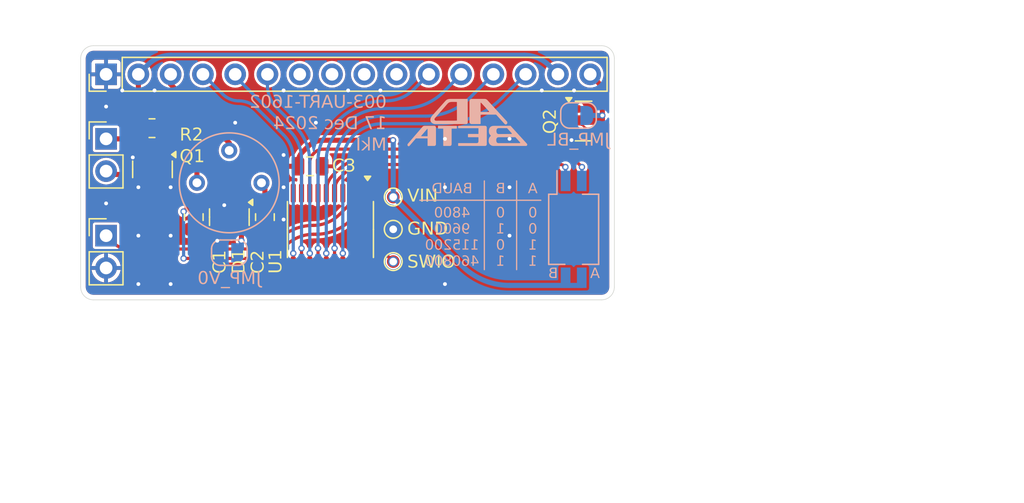
<source format=kicad_pcb>
(kicad_pcb (version 20240108) (generator "pcbnew") (generator_version "8.0")
  (title_block (title "003-UART-1602") (date "2024-12-17") (rev "MkI") (company "ADBeta"))
  (layers (0 "F.Cu" signal) (31 "B.Cu" signal) (34 "B.Paste" user) (35 "F.Paste" user) (36 "B.SilkS" user "B.Silkscreen") (37 "F.SilkS" user "F.Silkscreen") (38 "B.Mask" user) (39 "F.Mask" user) (44 "Edge.Cuts" user))
  (net 0 "")
  (net 1 "/CHRGPMP")
  (net 2 "Net-(D1-COM)")
  (net 3 "Net-(D1-A)")
  (net 4 "GND")
  (net 5 "/VBUS_VIN")
  (net 6 "/LCD_DA_2")
  (net 7 "/LCD_RS")
  (net 8 "/LCD_DA_0")
  (net 11 "/LCD_CONTRAST")
  (net 12 "/LCD_DA_1")
  (net 14 "/LCD_RW")
  (net 15 "/LCD_DA_3")
  (net 16 "Net-(DS1-LED(-))")
  (net 17 "/LCD_EN")
  (net 19 "/NRST")
  (net 22 "/SWIO")
  (net 23 "/UART_TX")
  (net 24 "/UART_RX")
  (net 25 "/LCD_BL")
  (net 26 "/BAUD_SEL1")
  (net 27 "/BAUD_SEL0")
  (net 29 "/VBUS_GND")
  (net 30 "Net-(Q1-G)")
  (footprint "TestPoint:TestPoint_Pad_D1.0mm" (layer "F.Cu") (at 55.62 73.16)
    (property "Reference" "TP1" (hide yes))
    (property "Value" "VIN")
  )
  (footprint "Package_TO_SOT_SMD:SOT-23" (layer "F.Cu") (at 70.6007 67.1775)
    (property "Reference" "Q2")
    (property "Value" "AO3400A")
  )
  (footprint "Connector_PinHeader_2.54mm:PinHeader_1x16_P2.54mm_Vertical" (layer "F.Cu") (at 33.02 63.5 90)
    (property "Reference" "DS1" (hide yes))
    (property "Value" "WC1602A")
  )
  (footprint "Package_TO_SOT_SMD:SOT-23" (layer "F.Cu") (at 42.72 74.74 -90)
    (property "Reference" "D1")
    (property "Value" "BAT54S")
  )
  (footprint "Capacitor_SMD:C_0805_2012Metric" (layer "F.Cu") (at 49.069999 70.74 180)
    (property "Reference" "C3")
    (property "Value" "1uF")
  )
  (footprint "Package_SO:TSSOP-20_4.4x6.5mm_P0.65mm" (layer "F.Cu") (at 50.675699 75.71552 -90)
    (property "Reference" "U1")
    (property "Value" "CH32V003")
  )
  (footprint "Capacitor_SMD:C_0805_2012Metric" (layer "F.Cu") (at 45.52 74.74 -90)
    (property "Reference" "C2")
    (property "Value" "1uF")
  )
  (footprint "Connector_PinHeader_2.54mm:PinHeader_1x02_P2.54mm_Vertical" (layer "F.Cu") (at 33.02 76.2)
    (property "Reference" "J2" (hide yes))
    (property "Value" "CONN_DATA")
  )
  (footprint "Connector_PinHeader_2.54mm:PinHeader_1x02_P2.54mm_Vertical" (layer "F.Cu") (at 33.02 68.58)
    (property "Reference" "J1" (hide yes))
    (property "Value" "CONN_POWER")
  )
  (footprint "Resistor_SMD:R_0805_2012Metric" (layer "F.Cu") (at 36.6325 67.74)
    (property "Reference" "R2")
    (property "Value" "4K7")
  )
  (footprint "Capacitor_SMD:C_0805_2012Metric" (layer "F.Cu") (at 39.92 74.74 -90)
    (property "Reference" "C1")
    (property "Value" "1uF")
  )
  (footprint "TestPoint:TestPoint_Pad_D1.0mm" (layer "F.Cu") (at 55.62 75.7)
    (property "Reference" "TP2" (hide yes))
    (property "Value" "GND")
  )
  (footprint "TestPoint:TestPoint_Pad_D1.0mm" (layer "F.Cu") (at 55.62 78.240001)
    (property "Reference" "TP3" (hide yes))
    (property "Value" "SWIO")
  )
  (footprint "Package_TO_SOT_SMD:SOT-23" (layer "F.Cu") (at 36.67 70.9775 -90)
    (property "Reference" "Q1")
    (property "Value" "AO3400A")
  )
  (footprint "Jumper:SolderJumper-2_P1.3mm_Open_RoundedPad1.0x1.5mm" (layer "B.Cu") (at 70.2 66.74)
    (property "Reference" "JP2" (hide yes))
    (property "Value" "JMP_BL")
  )
  (footprint "Button_Switch_SMD:SW_DIP_SPSTx02_Slide_Copal_CHS-02B_W7.62mm_P1.27mm" (layer "B.Cu") (at 69.82 75.7 -90)
    (property "Reference" "SW1" (hide yes))
    (property "Value" "BAUD_SEL")
  )
  (footprint "Potentiometer_THT:Potentiometer_Bourns_3339P_Vertical" (layer "B.Cu") (at 45.249999 72.04 -90)
    (property "Reference" "RV1" (hide yes))
    (property "Value" "100K")
  )
  (footprint "Jumper:SolderJumper-2_P1.3mm_Open_RoundedPad1.0x1.5mm" (layer "B.Cu") (at 42.72 77.54)
    (property "Reference" "JP1" (hide yes))
    (property "Value" "JMP_V0")
  )
  (gr_poly (pts (xy 61.800779 65.435481) (xy 61.790198 65.435675) (xy 61.779889 65.436255) (xy 61.769856 65.437217) (xy 61.760104 65.438559) (xy 61.750636 65.440275) (xy 61.741457 65.442363) (xy 61.732572 65.444819) (xy 61.723983 65.44764) (xy 61.715696 65.450821) (xy 61.707714 65.45436) (xy 61.700042 65.458253) (xy 61.692684 65.462497) (xy 61.685644 65.467087) (xy 61.678926 65.472021) (xy 61.672535 65.477294) (xy 61.666475 65.482903) (xy 61.660749 65.488845) (xy 61.655363 65.495116) (xy 61.650319 65.501712) (xy 61.645623 65.508631) (xy 61.641279 65.515868) (xy 61.637291 65.523419) (xy 61.633662 65.531282) (xy 61.630398 65.539453) (xy 61.627502 65.547927) (xy 61.624978 65.556703) (xy 61.622832 65.565775) (xy 61.621066 65.575142) (xy 61.619685 65.584798) (xy 61.618694 65.59474) (xy 61.618096 65.604965) (xy 61.617896 65.61547) (xy 61.617896 67.235319) (xy 61.618081 67.243631) (xy 61.618633 67.251942) (xy 61.619546 67.260234) (xy 61.620816 67.268491) (xy 61.622438 67.276694) (xy 61.624405 67.284828) (xy 61.626714 67.292874) (xy 61.62936 67.300815) (xy 61.632336 67.308635) (xy 61.635638 67.316315) (xy 61.639261 67.32384) (xy 61.6432 67.331191) (xy 61.647449 67.338351) (xy 61.652004 67.345303) (xy 61.656859 67.35203) (xy 61.66201 67.358515) (xy 61.66745 67.36474) (xy 61.673176 67.370689) (xy 61.679182 67.376343) (xy 61.685463 67.381686) (xy 61.692014 67.386701) (xy 61.698829 67.39137) (xy 61.705904 67.395676) (xy 61.713233 67.399602) (xy 61.720812 67.40313) (xy 61.728635 67.406244) (xy 61.736698 67.408926) (xy 61.744994 67.411159) (xy 61.753519 67.412926) (xy 61.762269 67.414209) (xy 61.771237 67.414992) (xy 61.780418 67.415257) (xy 62.466268 67.415257) (xy 62.468143 67.415216) (xy 62.469958 67.415097) (xy 62.471714 67.414901) (xy 62.47341 67.41463) (xy 62.475046 67.414286) (xy 62.476623 67.413871) (xy 62.478139 67.413388) (xy 62.479596 67.412837) (xy 62.480994 67.412222) (xy 62.482332 67.411543) (xy 62.48361 67.410804) (xy 62.484828 67.410007) (xy 62.485987 67.409152) (xy 62.487087 67.408243) (xy 62.488127 67.407281) (xy 62.489107 67.406268) (xy 62.490028 67.405207) (xy 62.490889 67.404099) (xy 62.49169 67.402946) (xy 62.492433 67.401751) (xy 62.493115 67.400515) (xy 62.493739 67.39924) (xy 62.494303 67.397929) (xy 62.494807 67.396584) (xy 62.495252 67.395206) (xy 62.495638 67.393797) (xy 62.495964 67.39236) (xy 62.496231 67.390897) (xy 62.496439 67.389409) (xy 62.496587 67.387899) (xy 62.496705 67.384819) (xy 62.496705 66.703672) (xy 62.496796 66.700136) (xy 62.497069 66.696797) (xy 62.497275 66.695204) (xy 62.497528 66.693661) (xy 62.497829 66.69217) (xy 62.498178 66.690731) (xy 62.498575 66.689345) (xy 62.499021 66.688012) (xy 62.499517 66.686733) (xy 62.500062 66.685507) (xy 62.500658 66.684337) (xy 62.501304 66.683222) (xy 62.502001 66.682162) (xy 62.50275 66.681159) (xy 62.503552 66.680213) (xy 62.504405 66.679324) (xy 62.505312 66.678492) (xy 62.506272 66.677719) (xy 62.507287 66.677005) (xy 62.508355 66.676351) (xy 62.509478 66.675756) (xy 62.510657 66.675221) (xy 62.511891 66.674748) (xy 62.513182 66.674336) (xy 62.514529 66.673986) (xy 62.515933 66.673698) (xy 62.517395 66.673474) (xy 62.518915 66.673313) (xy 62.520493 66.673216) (xy 62.52213 66.673183) (xy 63.693066 66.673183) (xy 63.694502 66.673215) (xy 63.695952 66.673311) (xy 63.698886 66.673688) (xy 63.701858 66.6743) (xy 63.704856 66.675136) (xy 63.707869 66.676184) (xy 63.710885 66.67743) (xy 63.713895 66.678863) (xy 63.716886 66.680471) (xy 63.719847 66.682241) (xy 63.722767 66.684161) (xy 63.725635 66.686219) (xy 63.728439 66.688402) (xy 63.73117 66.690698) (xy 63.733814 66.693095) (xy 63.736361 66.695581) (xy 63.7388 66.698143) (xy 64.383928 67.406988) (xy 64.389169 67.411987) (xy 64.394422 67.416603) (xy 64.399697 67.420847) (xy 64.405007 67.424726) (xy 64.410361 67.428247) (xy 64.415771 67.431419) (xy 64.421249 67.434251) (xy 64.426805 67.43675) (xy 64.43245 67.438925) (xy 64.438195 67.440783) (xy 64.444052 67.442334) (xy 64.450031 67.443584) (xy 64.456144 67.444542) (xy 64.462402 67.445216) (xy 64.468815 67.445615) (xy 64.475396 67.445746) (xy 64.481116 67.445608) (xy 64.486839 67.445195) (xy 64.492553 67.444508) (xy 64.498245 67.443549) (xy 64.503903 67.442317) (xy 64.509516 67.440815) (xy 64.515071 67.439043) (xy 64.520556 67.437002) (xy 64.52596 67.434694) (xy 64.531269 67.432118) (xy 64.536472 67.429277) (xy 64.541557 67.426171) (xy 64.546512 67.422802) (xy 64.551325 67.41917) (xy 64.555983 67.415276) (xy 64.560474 67.411122) (xy 64.564787 67.406708) (xy 64.568909 67.402035) (xy 64.572829 67.397105) (xy 64.576533 67.391919) (xy 64.580011 67.386476) (xy 64.58325 67.38078) (xy 64.586237 67.37483) (xy 64.588962 67.368627) (xy 64.591411 67.362174) (xy 64.593573 67.355469) (xy 64.595435 67.348516) (xy 64.596986 67.341314) (xy 64.598213 67.333865) (xy 64.599105 67.326169) (xy 64.599649 67.318228) (xy 64.599833 67.310043) (xy 64.599712 67.30287) (xy 64.599347 67.295875) (xy 64.598728 67.289044) (xy 64.597849 67.282358) (xy 64.596703 67.275803) (xy 64.595281 67.269362) (xy 64.593576 67.263018) (xy 64.591581 67.256755) (xy 64.589288 67.250557) (xy 64.586691 67.244408) (xy 64.58378 67.238291) (xy 64.58055 67.232191) (xy 64.576992 67.226089) (xy 64.573099 67.219971) (xy 64.568864 67.213821) (xy 64.564279 67.207621) (xy 63.859343 66.437845) (xy 63.159662 66.437845) (xy 63.159625 66.439622) (xy 63.159514 66.441319) (xy 63.15933 66.442938) (xy 63.159072 66.44448) (xy 63.158742 66.445948) (xy 63.15834 66.447341) (xy 63.157867 66.448663) (xy 63.157322 66.449914) (xy 63.156707 66.451096) (xy 63.156021 66.452211) (xy 63.155265 66.45326) (xy 63.154441 66.454244) (xy 63.153547 66.455165) (xy 63.152585 66.456025) (xy 63.151556 66.456826) (xy 63.150458 66.457568) (xy 63.149294 66.458253) (xy 63.148063 66.458883) (xy 63.146767 66.459459) (xy 63.145404 66.459983) (xy 63.142485 66.46088) (xy 63.139308 66.461587) (xy 63.135879 66.462116) (xy 63.1322 66.462478) (xy 63.128276 66.462687) (xy 63.124109 66.462753) (xy 62.52213 66.462753) (xy 62.518915 66.462654) (xy 62.515933 66.462348) (xy 62.513182 66.461822) (xy 62.511891 66.461474) (xy 62.510657 66.461066) (xy 62.509478 66.460597) (xy 62.508355 66.460066) (xy 62.507287 66.459471) (xy 62.506272 66.458811) (xy 62.505312 66.458083) (xy 62.504405 66.457287) (xy 62.503552 66.456422) (xy 62.50275 66.455484) (xy 62.502001 66.454474) (xy 62.501304 66.453389) (xy 62.500658 66.452229) (xy 62.500062 66.45099) (xy 62.499517 66.449673) (xy 62.499021 66.448275) (xy 62.498575 66.446794) (xy 62.498178 66.44523) (xy 62.497528 66.441846) (xy 62.497069 66.438108) (xy 62.496796 66.434005) (xy 62.496705 66.429525) (xy 62.496705 65.776077) (xy 62.496728 65.773765) (xy 62.496795 65.771504) (xy 62.496907 65.769294) (xy 62.497064 65.767137) (xy 62.497266 65.765035) (xy 62.497512 65.762989) (xy 62.497803 65.761001) (xy 62.498139 65.759072) (xy 62.49852 65.757204) (xy 62.498945 65.755398) (xy 62.499416 65.753656) (xy 62.499931 65.75198) (xy 62.50049 65.75037) (xy 62.501094 65.748829) (xy 62.501743 65.747358) (xy 62.502437 65.745958) (xy 62.503175 65.744631) (xy 62.503958 65.743379) (xy 62.504785 65.742203) (xy 62.505658 65.741104) (xy 62.506574 65.740085) (xy 62.507536 65.739146) (xy 62.508541 65.738289) (xy 62.509592 65.737517) (xy 62.510687 65.736829) (xy 62.511826 65.736228) (xy 62.51301 65.735715) (xy 62.514239 65.735292) (xy 62.515512 65.734961) (xy 62.51683 65.734722) (xy 62.518192 65.734578) (xy 62.519598 65.734529) (xy 62.521055 65.734563) (xy 62.522559 65.73467) (xy 62.5241 65.734858) (xy 62.525667 65.735136) (xy 62.527249 65.73551) (xy 62.528834 65.735991) (xy 62.530412 65.736585) (xy 62.531195 65.736927) (xy 62.531971 65.7373) (xy 62.53274 65.737706) (xy 62.5335 65.738146) (xy 62.53425 65.73862) (xy 62.534989 65.739129) (xy 62.535714 65.739675) (xy 62.536425 65.740258) (xy 62.537121 65.74088) (xy 62.537799 65.741542) (xy 62.538458 65.742244) (xy 62.539098 65.742987) (xy 62.539716 65.743774) (xy 62.540312 65.744603) (xy 62.540883 65.745478) (xy 62.541429 65.746398) (xy 62.541948 65.747364) (xy 62.542439 65.748378) (xy 63.144418 66.404617) (xy 63.146263 66.406694) (xy 63.14799 66.408771) (xy 63.149597 66.410848) (xy 63.151086 66.412924) (xy 63.152455 66.415001) (xy 63.153706 66.417078) (xy 63.154838 66.419155) (xy 63.15585 66.421231) (xy 63.156743 66.423308) (xy 63.157518 66.425385) (xy 63.158173 66.427462) (xy 63.158709 66.429538) (xy 63.159126 66.431615) (xy 63.159424 66.433692) (xy 63.159603 66.435769) (xy 63.159662 66.437845) (xy 63.859343 66.437845) (xy 63.037758 65.540691) (xy 63.024527 65.527189) (xy 63.011444 65.514705) (xy 62.998421 65.50322) (xy 62.985367 65.492711) (xy 62.972194 65.483161) (xy 62.958813 65.474547) (xy 62.945134 65.46685) (xy 62.931067 65.460049) (xy 62.916525 65.454124) (xy 62.901417 65.449055) (xy 62.885654 65.444822) (xy 62.869148 65.441404) (xy 62.851808 65.438781) (xy 62.833545 65.436932) (xy 62.814272 65.435838) (xy 62.793897 65.435478)) (stroke (width -0.000001)) (fill solid) (layer "B.SilkS"))
  (gr_poly (pts (xy 60.166151 65.436049) (xy 60.107009 65.437029) (xy 60.079884 65.438233) (xy 60.054283 65.439917) (xy 60.030129 65.442082) (xy 60.007342 65.444733) (xy 59.985844 65.447871) (xy 59.965555 65.4515) (xy 59.946396 65.455621) (xy 59.928289 65.460238) (xy 59.911155 65.465352) (xy 59.894915 65.470968) (xy 59.87949 65.477086) (xy 59.8648 65.483711) (xy 59.850768 65.490844) (xy 59.837314 65.498489) (xy 59.82436 65.506647) (xy 59.811826 65.515321) (xy 59.799633 65.524515) (xy 59.787704 65.534231) (xy 59.764316 65.555237) (xy 59.741033 65.578362) (xy 59.717222 65.603627) (xy 59.692252 65.631052) (xy 59.636312 65.692468) (xy 58.702725 66.734833) (xy 58.668612 66.776552) (xy 58.638948 66.816976) (xy 58.613553 66.856105) (xy 58.592248 66.893935) (xy 58.57485 66.930466) (xy 58.56118 66.965694) (xy 58.551057 66.999618) (xy 58.544301 67.032236) (xy 58.54073 67.063545) (xy 58.540164 67.093545) (xy 58.542423 67.122232) (xy 58.547325 67.149605) (xy 58.554691 67.175662) (xy 58.56434 67.200401) (xy 58.57609 67.22382) (xy 58.589762 67.245916) (xy 58.605175 67.266688) (xy 58.622148 67.286134) (xy 58.640501 67.304251) (xy 58.660053 67.321039) (xy 58.680623 67.336494) (xy 58.702031 67.350615) (xy 58.724096 67.363399) (xy 58.746637 67.374845) (xy 58.769475 67.384951) (xy 58.792428 67.393715) (xy 58.815316 67.401134) (xy 58.837957 67.407207) (xy 58.860173 67.411932) (xy 58.881781 67.415306) (xy 58.902601 67.417328) (xy 58.922454 67.417995) (xy 59.758785 67.421819) (xy 61.361064 67.417685) (xy 61.369906 67.417475) (xy 61.378332 67.416925) (xy 61.386349 67.416041) (xy 61.393969 67.414825) (xy 61.4012 67.413282) (xy 61.408053 67.411416) (xy 61.414537 67.40923) (xy 61.420662 67.406729) (xy 61.426437 67.403916) (xy 61.431873 67.400796) (xy 61.43698 67.397371) (xy 61.441765 67.393647) (xy 61.446241 67.389628) (xy 61.450415 67.385316) (xy 61.454299 67.380716) (xy 61.457901 67.375832) (xy 61.461231 67.370667) (xy 61.4643 67.365227) (xy 61.467116 67.359514) (xy 61.46969 67.353532) (xy 61.474148 67.34078) (xy 61.477753 67.327) (xy 61.480582 67.312226) (xy 61.482713 67.296487) (xy 61.484223 67.279815) (xy 61.485191 67.262243) (xy 61.484796 67.147211) (xy 60.632995 67.147211) (xy 58.984673 67.153409) (xy 58.975551 67.15282) (xy 58.966705 67.151679) (xy 58.958149 67.150006) (xy 58.949895 67.14782) (xy 58.941959 67.145143) (xy 58.934352 67.141993) (xy 58.927088 67.138392) (xy 58.920181 67.134359) (xy 58.913645 67.129914) (xy 58.907493 67.125077) (xy 58.901737 67.119868) (xy 58.896393 67.114309) (xy 58.891473 67.108417) (xy 58.88699 67.102214) (xy 58.882959 67.09572) (xy 58.879392 67.088955) (xy 58.876304 67.081938) (xy 58.873707 67.07469) (xy 58.871615 67.067231) (xy 58.870042 67.059581) (xy 58.869001 67.051761) (xy 58.868505 67.043789) (xy 58.868568 67.035686) (xy 58.869204 67.027473) (xy 58.870425 67.019169) (xy 58.872246 67.010795) (xy 58.87468 67.00237) (xy 58.87774 66.993915) (xy 58.88144 66.985449) (xy 58.885793 66.976993) (xy 58.890813 66.968567) (xy 58.896513 66.960191) (xy 59.877642 65.829872) (xy 59.901431 65.803911) (xy 59.925097 65.780973) (xy 59.948781 65.760873) (xy 59.972627 65.743427) (xy 59.996777 65.728448) (xy 60.021376 65.715752) (xy 60.046565 65.705152) (xy 60.072489 65.696465) (xy 60.099289 65.689504) (xy 60.127109 65.684084) (xy 60.156091 65.68002) (xy 60.18638 65.677126) (xy 60.218118 65.675218) (xy 60.251447 65.67411) (xy 60.323454 65.673551) (xy 60.627672 65.676706) (xy 60.632995 67.147211) (xy 61.484796 67.147211) (xy 61.479042 65.471603) (xy 61.479087 65.455824) (xy 61.478986 65.452572) (xy 61.478895 65.451051) (xy 61.478771 65.449599) (xy 61.47861 65.448218) (xy 61.478407 65.446906) (xy 61.478157 65.445664) (xy 61.477858 65.444493) (xy 61.477504 65.443392) (xy 61.477091 65.442361) (xy 61.476614 65.441401) (xy 61.476069 65.440512) (xy 61.475453 65.439693) (xy 61.474759 65.438945) (xy 61.473985 65.438267) (xy 61.473126 65.437661) (xy 61.472177 65.437126) (xy 61.471134 65.436662) (xy 61.469993 65.436269) (xy 61.468749 65.435948) (xy 61.467398 65.435698) (xy 61.465936 65.435519) (xy 61.464358 65.435413) (xy 61.46266 65.435378)) (stroke (width -0.000001)) (fill solid) (layer "B.SilkS"))
  (gr_poly (pts (xy 59.158615 67.553853) (xy 59.157214 67.553885) (xy 59.15588 67.553981) (xy 59.154609 67.554141) (xy 59.153402 67.554363) (xy 59.152257 67.554647) (xy 59.151171 67.554991) (xy 59.150145 67.555396) (xy 59.149175 67.555859) (xy 59.148262 67.556382) (xy 59.147403 67.556961) (xy 59.146598 67.557598) (xy 59.145844 67.55829) (xy 59.145141 67.559038) (xy 59.144487 67.559839) (xy 59.14388 67.560695) (xy 59.14332 67.561603) (xy 59.142804 67.562563) (xy 59.142332 67.563574) (xy 59.141512 67.565746) (xy 59.140849 67.568112) (xy 59.140331 67.570667) (xy 59.139949 67.573403) (xy 59.139689 67.576315) (xy 59.139541 67.579394) (xy 59.139495 67.582636) (xy 59.139495 67.744229) (xy 59.139517 67.746071) (xy 59.139584 67.74786) (xy 59.139695 67.749597) (xy 59.139849 67.751282) (xy 59.140048 67.752912) (xy 59.140289 67.754489) (xy 59.140573 67.756011) (xy 59.140899 67.757479) (xy 59.141268 67.758892) (xy 59.141678 67.760249) (xy 59.142129 67.76155) (xy 59.142621 67.762795) (xy 59.143154 67.763983) (xy 59.143727 67.765114) (xy 59.14434 67.766188) (xy 59.144993 67.767203) (xy 59.145685 67.768161) (xy 59.146415 67.769059) (xy 59.147185 67.769898) (xy 59.147992 67.770678) (xy 59.148837 67.771397) (xy 59.149719 67.772056) (xy 59.150639 67.772655) (xy 59.151595 67.773192) (xy 59.152588 67.773667) (xy 59.153617 67.774081) (xy 59.154681 67.774431) (xy 59.155781 67.774719) (xy 59.156916 67.774944) (xy 59.158085 67.775105) (xy 59.159289 67.775202) (xy 59.160527 67.775235) (xy 59.533269 67.775235) (xy 59.535395 67.775312) (xy 59.536438 67.775409) (xy 59.537466 67.775545) (xy 59.538477 67.775719) (xy 59.539469 67.775932) (xy 59.540442 67.776185) (xy 59.541394 67.776475) (xy 59.542324 67.776805) (xy 59.54323 67.777174) (xy 59.54411 67.777581) (xy 59.544964 67.778028) (xy 59.54579 67.778513) (xy 59.546587 67.779037) (xy 59.547353 67.7796) (xy 59.548087 67.780202) (xy 59.548787 67.780842) (xy 59.549452 67.781522) (xy 59.55008 67.782241) (xy 59.550671 67.782998) (xy 59.551223 67.783795) (xy 59.551734 67.78463) (xy 59.552203 67.785505) (xy 59.552628 67.786418) (xy 59.553009 67.78737) (xy 59.553344 67.788362) (xy 59.553631 67.789392) (xy 59.553868 67.790462) (xy 59.554056 67.79157) (xy 59.554192 67.792718) (xy 59.554274 67.793904) (xy 59.554302 67.79513) (xy 59.554302 69.11231) (xy 59.554392 69.114773) (xy 59.554666 69.117171) (xy 59.555129 69.119493) (xy 59.555434 69.120621) (xy 59.555788 69.121724) (xy 59.556193 69.122802) (xy 59.556648 69.123853) (xy 59.557156 69.124874) (xy 59.557715 69.125864) (xy 59.558328 69.126822) (xy 59.558995 69.127747) (xy 59.559716 69.128635) (xy 59.560492 69.129486) (xy 59.561325 69.130299) (xy 59.562214 69.13107) (xy 59.563161 69.1318) (xy 59.564165 69.132486) (xy 59.565229 69.133126) (xy 59.566352 69.133719) (xy 59.567536 69.134264) (xy 59.56878 69.134758) (xy 59.570086 69.1352) (xy 59.571455 69.135589) (xy 59.572887 69.135922) (xy 59.574383 69.136198) (xy 59.575943 69.136416) (xy 59.577568 69.136573) (xy 59.57926 69.136669) (xy 59.581018 69.136701) (xy 60.09525 69.136701) (xy 60.101818 69.13649) (xy 60.108257 69.135863) (xy 60.114563 69.134837) (xy 60.12073 69.133423) (xy 60.126752 69.131636) (xy 60.132625 69.12949) (xy 60.138343 69.126999) (xy 60.143901 69.124176) (xy 60.149293 69.121035) (xy 60.154516 69.11759) (xy 60.159562 69.113855) (xy 60.164428 69.109843) (xy 60.169107 69.105569) (xy 60.173595 69.101045) (xy 60.177886 69.096287) (xy 60.181975 69.091307) (xy 60.189526 69.080739) (xy 60.196207 69.06945) (xy 60.201975 69.057552) (xy 60.206788 69.045155) (xy 60.210605 69.03237) (xy 60.213383 69.019305) (xy 60.215081 69.006073) (xy 60.215656 68.992782) (xy 60.215656 67.79513) (xy 60.215678 67.793904) (xy 60.215745 67.792717) (xy 60.215856 67.791569) (xy 60.216011 67.79046) (xy 60.216209 67.789391) (xy 60.21645 67.78836) (xy 60.216734 67.787369) (xy 60.217061 67.786416) (xy 60.217429 67.785503) (xy 60.217839 67.784628) (xy 60.21829 67.783793) (xy 60.218783 67.782996) (xy 60.219316 67.782239) (xy 60.219889 67.78152) (xy 60.220502 67.780841) (xy 60.221155 67.7802) (xy 60.221846 67.779598) (xy 60.222577 67.779035) (xy 60.223346 67.778511) (xy 60.224153 67.778026) (xy 60.224999 67.77758) (xy 60.225881 67.777173) (xy 60.226801 67.776804) (xy 60.227757 67.776475) (xy 60.22875 67.776184) (xy 60.229779 67.775932) (xy 60.230843 67.775719) (xy 60.231943 67.775544) (xy 60.234247 67.775312) (xy 60.236688 67.775234) (xy 60.605607 67.775234) (xy 60.607018 67.775202) (xy 60.608385 67.775105) (xy 60.609706 67.774944) (xy 60.610983 67.774719) (xy 60.612216 67.774431) (xy 60.613403 67.77408) (xy 60.614546 67.773667) (xy 60.615644 67.773192) (xy 60.616697 67.772654) (xy 60.617705 67.772056) (xy 60.618668 67.771397) (xy 60.619587 67.770677) (xy 60.620461 67.769898) (xy 60.62129 67.769059) (xy 60.622074 67.76816) (xy 60.622814 67.767203) (xy 60.623508 67.766188) (xy 60.624158 67.765114) (xy 60.624763 67.763983) (xy 60.625324 67.762795) (xy 60.625839 67.76155) (xy 60.62631 67.760249) (xy 60.627117 67.757479) (xy 60.627744 67.754489) (xy 60.628192 67.751281) (xy 60.628461 67.74786) (xy 60.628551 67.744228) (xy 60.628551 67.582636) (xy 60.628526 67.579394) (xy 60.628439 67.576314) (xy 60.628273 67.573403) (xy 60.628013 67.570667) (xy 60.627841 67.569367) (xy 60.62764 67.568112) (xy 60.627406 67.566905) (xy 60.627138 67.565746) (xy 60.626834 67.564635) (xy 60.626491 67.563574) (xy 60.626107 67.562563) (xy 60.625681 67.561603) (xy 60.62521 67.560695) (xy 60.624692 67.559839) (xy 60.624126 67.559037) (xy 60.623508 67.55829) (xy 60.622836 67.557598) (xy 60.62211 67.556961) (xy 60.621326 67.556381) (xy 60.620483 67.555859) (xy 60.619578 67.555396) (xy 60.618609 67.554991) (xy 60.617575 67.554646) (xy 60.616473 67.554363) (xy 60.6153 67.554141) (xy 60.614056 67.553981) (xy 60.612738 67.553885) (xy 60.611343 67.553852)) (stroke (width -0.000001)) (fill solid) (layer "B.SilkS"))
  (gr_poly (pts (xy 63.539598 67.556205) (xy 63.511896 67.556772) (xy 63.485403 67.558459) (xy 63.460099 67.561237) (xy 63.43596 67.565076) (xy 63.412965 67.569949) (xy 63.391094 67.575825) (xy 63.370323 67.582676) (xy 63.350633 67.590473) (xy 63.332 67.599188) (xy 63.314403 67.60879) (xy 63.297821 67.619252) (xy 63.282232 67.630544) (xy 63.267614 67.642637) (xy 63.253946 67.655503) (xy 63.241206 67.669112) (xy 63.229373 67.683436) (xy 63.218424 67.698445) (xy 63.208338 67.714111) (xy 63.199094 67.730405) (xy 63.19067 67.747297) (xy 63.183045 67.764759) (xy 63.176195 67.782762) (xy 63.16474 67.820276) (xy 63.156132 67.859605) (xy 63.150198 67.900519) (xy 63.146764 67.942787) (xy 63.145658 67.986176) (xy 63.146214 68.01329) (xy 63.147864 68.039191) (xy 63.150583 68.063908) (xy 63.154347 68.087469) (xy 63.159129 68.109905) (xy 63.164906 68.131244) (xy 63.171651 68.151516) (xy 63.17934 68.17075) (xy 63.187947 68.188975) (xy 63.197447 68.20622) (xy 63.207816 68.222515) (xy 63.219028 68.237889) (xy 63.231057 68.252371) (xy 63.243879 68.26599) (xy 63.257468 68.278775) (xy 63.2718 68.290757) (xy 63.273926 68.292513) (xy 63.275996 68.294456) (xy 63.277999 68.296568) (xy 63.279924 68.298829) (xy 63.28176 68.301219) (xy 63.283494 68.303719) (xy 63.285117 68.306309) (xy 63.286617 68.308971) (xy 63.287982 68.311684) (xy 63.289201 68.31443) (xy 63.290264 68.317189) (xy 63.291159 68.319941) (xy 63.291874 68.322667) (xy 63.292399 68.325348) (xy 63.292722 68.327964) (xy 63.292832 68.330496) (xy 63.292721 68.333782) (xy 63.292391 68.33702) (xy 63.291849 68.340212) (xy 63.291099 68.343363) (xy 63.290147 68.346475) (xy 63.289 68.349552) (xy 63.287662 68.352596) (xy 63.286139 68.355612) (xy 63.284436 68.358601) (xy 63.282561 68.361568) (xy 63.280517 68.364515) (xy 63.278311 68.367446) (xy 63.275948 68.370364) (xy 63.273434 68.373273) (xy 63.270775 68.376174) (xy 63.267976 68.379072) (xy 63.250973 68.392936) (xy 63.235087 68.408036) (xy 63.220314 68.424364) (xy 63.206653 68.441915) (xy 63.1941 68.460682) (xy 63.182652 68.480658) (xy 63.172308 68.501837) (xy 63.163063 68.524212) (xy 63.154917 68.547777) (xy 63.147865 68.572526) (xy 63.141906 68.598452) (xy 63.137036 68.625548) (xy 63.133253 68.653808) (xy 63.130554 68.683226) (xy 63.128937 68.713795) (xy 63.128398 68.745509) (xy 63.128833 68.766252) (xy 63.130133 68.786663) (xy 63.132287 68.806722) (xy 63.135285 68.826405) (xy 63.139118 68.845693) (xy 63.143776 68.864563) (xy 63.149249 68.882994) (xy 63.155527 68.900965) (xy 63.1626 68.918454) (xy 63.170459 68.93544) (xy 63.179094 68.951901) (xy 63.188494 68.967817) (xy 63.198651 68.983165) (xy 63.209554 68.997924) (xy 63.221194 69.012072) (xy 63.23356 69.025589) (xy 63.246643 69.038453) (xy 63.260433 69.050642) (xy 63.27492 69.062135) (xy 63.290094 69.072911) (xy 63.305946 69.082948) (xy 63.322466 69.092224) (xy 63.339643 69.100719) (xy 63.357469 69.108411) (xy 63.375932 69.115277) (xy 63.395025 69.121298) (xy 63.414735 69.126452) (xy 63.435055 69.130716) (xy 63.455973 69.134071) (xy 63.477481 69.136493) (xy 63.499568 69.137962) (xy 63.522224 69.138457) (xy 66.078915 69.138097) (xy 66.085827 69.137774) (xy 66.092514 69.136826) (xy 66.098967 69.135282) (xy 66.105178 69.133174) (xy 66.111138 69.130532) (xy 66.116839 69.127386) (xy 66.122271 69.123766) (xy 66.127428 69.119704) (xy 66.132299 69.115229) (xy 66.136877 69.110372) (xy 66.141153 69.105163) (xy 66.145118 69.099633) (xy 66.148764 69.093812) (xy 66.152082 69.08773) (xy 66.155064 69.081418) (xy 66.157702 69.074907) (xy 66.159986 69.068226) (xy 66.161908 69.061407) (xy 66.16346 69.054479) (xy 66.164633 69.047473) (xy 66.165418 69.04042) (xy 66.165808 69.033349) (xy 66.165793 69.026292) (xy 66.165364 69.019279) (xy 66.164515 69.012339) (xy 66.163235 69.005504) (xy 66.161516 68.998804) (xy 66.15935 68.992269) (xy 66.156728 68.98593) (xy 66.153642 68.979817) (xy 66.150083 68.973961) (xy 66.146043 68.968391) (xy 66.066634 68.881551) (xy 65.61155 68.881551) (xy 65.611441 68.883946) (xy 65.611178 68.886321) (xy 65.610766 68.888668) (xy 65.610209 68.890977) (xy 65.60951 68.893241) (xy 65.608673 68.895452) (xy 65.607703 68.897602) (xy 65.606602 68.899682) (xy 65.605376 68.901685) (xy 65.604028 68.903603) (xy 65.602562 68.905428) (xy 65.600982 68.907151) (xy 65.599292 68.908764) (xy 65.597495 68.91026) (xy 65.595596 68.911631) (xy 65.593599 68.912867) (xy 65.591508 68.913962) (xy 65.589326 68.914907) (xy 65.587058 68.915694) (xy 65.584707 68.916315) (xy 65.582277 68.916761) (xy 65.579773 68.917026) (xy 63.914035 68.917696) (xy 63.901725 68.917429) (xy 63.889881 68.916599) (xy 63.878498 68.915216) (xy 63.867571 68.913289) (xy 63.857095 68.910826) (xy 63.847065 68.907837) (xy 63.837477 68.904331) (xy 63.828324 68.900317) (xy 63.819603 68.895803) (xy 63.811309 68.890799) (xy 63.803436 68.885314) (xy 63.795979 68.879356) (xy 63.788934 68.872935) (xy 63.782296 68.86606) (xy 63.77606 68.85874) (xy 63.770221 68.850983) (xy 63.764773 68.842799) (xy 63.759713 68.834196) (xy 63.755035 68.825184) (xy 63.750734 68.815772) (xy 63.743245 68.795782) (xy 63.737205 68.774299) (xy 63.732576 68.751394) (xy 63.729318 68.727139) (xy 63.727393 68.701607) (xy 63.726759 68.674869) (xy 63.726949 68.662584) (xy 63.727519 68.650569) (xy 63.728465 68.638831) (xy 63.729789 68.627379) (xy 63.731487 68.616219) (xy 63.733559 68.60536) (xy 63.736003 68.594809) (xy 63.738818 68.584575) (xy 63.742002 68.574665) (xy 63.745555 68.565086) (xy 63.749474 68.555848) (xy 63.753758 68.546957) (xy 63.758407 68.538421) (xy 63.763418 68.530248) (xy 63.76879 68.522446) (xy 63.774522 68.515023) (xy 63.780612 68.507986) (xy 63.787059 68.501344) (xy 63.793862 68.495103) (xy 63.80102 68.489272) (xy 63.80853 68.483859) (xy 63.816391 68.478872) (xy 63.824603 68.474317) (xy 63.833163 68.470204) (xy 63.842071 68.466539) (xy 63.851325 68.463331) (xy 63.860923 68.460587) (xy 63.870864 68.458316) (xy 63.881148 68.456524) (xy 63.891771 68.45522) (xy 63.902734 68.454412) (xy 63.914035 68.454107) (xy 63.914035 68.454109) (xy 64.550687 68.450911) (xy 65.187342 68.44982) (xy 65.190771 68.449835) (xy 65.194074 68.449903) (xy 65.197254 68.450022) (xy 65.200315 68.450191) (xy 65.20326 68.45041) (xy 65.206092 68.450677) (xy 65.208814 68.450991) (xy 65.21143 68.451351) (xy 65.213943 68.451756) (xy 65.216357 68.452205) (xy 65.218675 68.452698) (xy 65.220899 68.453232) (xy 65.223035 68.453806) (xy 65.225083 68.454421) (xy 65.227049 68.455074) (xy 65.228936 68.455764) (xy 65.230746 68.456492) (xy 65.232483 68.457254) (xy 65.234151 68.458051) (xy 65.235752 68.458882) (xy 65.237291 68.459744) (xy 65.238769 68.460638) (xy 65.240192 68.461562) (xy 65.241561 68.462515) (xy 65.244154 68.464504) (xy 65.246575 68.466597) (xy 65.248851 68.468785) (xy 65.251007 68.471059) (xy 65.603337 68.858219) (xy 65.604979 68.86038) (xy 65.606427 68.8626) (xy 65.607687 68.864873) (xy 65.608762 68.867189) (xy 65.609656 68.869541) (xy 65.610373 68.87192) (xy 65.610917 68.874318) (xy 65.611292 68.876728) (xy 65.611502 68.879142) (xy 65.61155 68.881551) (xy 66.066634 68.881551) (xy 65.410547 68.164061) (xy 64.951103 68.164061) (xy 64.951011 68.166625) (xy 64.950722 68.169097) (xy 64.950249 68.171473) (xy 64.949604 68.17375) (xy 64.948799 68.175927) (xy 64.947846 68.177999) (xy 64.946757 68.179964) (xy 64.945545 68.181819) (xy 64.944222 68.183562) (xy 64.9428 68.185189) (xy 64.941292 68.186698) (xy 64.939708 68.188086) (xy 64.938063 68.189349) (xy 64.936367 68.190486) (xy 64.934633 68.191493) (xy 64.932874 68.192367) (xy 64.9311 68.193106) (xy 64.929326 68.193706) (xy 64.927562 68.194166) (xy 64.925822 68.194481) (xy 64.924117 68.194649) (xy 64.922459 68.194668) (xy 63.923502 68.201076) (xy 63.911534 68.20084) (xy 63.9 68.2) (xy 63.888895 68.198568) (xy 63.878216 68.196555) (xy 63.867961 68.193974) (xy 63.858124 68.190837) (xy 63.848704 68.187156) (xy 63.839696 68.182944) (xy 63.831096 68.178212) (xy 63.822902 68.172972) (xy 63.81511 68.167237) (xy 63.807715 68.161019) (xy 63.800716 68.154329) (xy 63.794108 68.147181) (xy 63.787888 68.139586) (xy 63.782052 68.131556) (xy 63.776597 68.123103) (xy 63.771519 68.11424) (xy 63.766815 68.104979) (xy 63.762481 68.095331) (xy 63.754911 68.074927) (xy 63.74878 68.053123) (xy 63.74406 68.030016) (xy 63.740723 68.005705) (xy 63.738741 67.980286) (xy 63.738087 67.953856) (xy 63.738277 67.94177) (xy 63.738846 67.929938) (xy 63.739793 67.918369) (xy 63.741115 67.907071) (xy 63.742811 67.896052) (xy 63.744878 67.885321) (xy 63.747317 67.874887) (xy 63.750123 67.864757) (xy 63.753297 67.854942) (xy 63.756836 67.845448) (xy 63.760738 67.836285) (xy 63.765001 67.827461) (xy 63.769624 67.818985) (xy 63.774606 67.810865) (xy 63.779943 67.803109) (xy 63.785636 67.795727) (xy 63.791681 67.788727) (xy 63.798077 67.782117) (xy 63.804822 67.775905) (xy 63.811915 67.770101) (xy 63.819354 67.764712) (xy 63.827136 67.759748) (xy 63.835261 67.755217) (xy 63.843727 67.751127) (xy 63.852532 67.747487) (xy 63.861673 67.744305) (xy 63.87115 67.74159) (xy 63.88096 67.73935) (xy 63.891102 67.737595) (xy 63.901574 67.736331) (xy 63.912375 67.735569) (xy 63.923502 67.735316) (xy 64.543619 67.736401) (xy 64.553839 67.736388) (xy 64.558228 67.736458) (xy 64.562192 67.736608) (xy 64.565775 67.736858) (xy 64.567435 67.737028) (xy 64.569016 67.737231) (xy 64.570522 67.73747) (xy 64.571959 67.737748) (xy 64.573332 67.738067) (xy 64.574646 67.73843) (xy 64.575906 67.73884) (xy 64.577118 67.739299) (xy 64.578286 67.739811) (xy 64.579417 67.740377) (xy 64.580515 67.741001) (xy 64.581585 67.741684) (xy 64.582634 67.742431) (xy 64.583665 67.743243) (xy 64.584685 67.744124) (xy 64.585698 67.745075) (xy 64.58671 67.7461) (xy 64.587726 67.747201) (xy 64.588752 67.748381) (xy 64.589792 67.749642) (xy 64.591937 67.752421) (xy 64.93853 68.133948) (xy 64.941075 68.137282) (xy 64.9433 68.140553) (xy 64.94522 68.143756) (xy 64.946845 68.146889) (xy 64.948189 68.149949) (xy 64.949262 68.152934) (xy 64.950078 68.155841) (xy 64.950649 68.158666) (xy 64.950987 68.161407) (xy 64.951103 68.164061) (xy 65.410547 68.164061) (xy 64.876611 67.580156) (xy 64.87201 67.574868) (xy 64.867829 67.570258) (xy 64.863943 67.566279) (xy 64.860229 67.562884) (xy 64.856563 67.560028) (xy 64.852823 67.557663) (xy 64.848883 67.555744) (xy 64.84462 67.554223) (xy 64.839911 67.553056) (xy 64.834632 67.552194) (xy 64.82866 67.551593) (xy 64.821869 67.551204) (xy 64.814138 67.550983) (xy 64.805341 67.550882) (xy 64.784059 67.550855)) (stroke (width -0.000001)) (fill solid) (layer "B.SilkS"))
  (gr_line (start 65.33 71.89) (end 65.33 78.875) (stroke (width 0.1)) (layer "B.SilkS"))
  (gr_poly (pts (xy 60.749626 67.553885) (xy 60.748407 67.553981) (xy 60.747213 67.554141) (xy 60.746044 67.554363) (xy 60.744902 67.554646) (xy 60.743788 67.554991) (xy 60.742703 67.555396) (xy 60.741648 67.555859) (xy 60.740623 67.556381) (xy 60.739631 67.556961) (xy 60.738671 67.557598) (xy 60.737746 67.55829) (xy 60.736856 67.559037) (xy 60.736002 67.559839) (xy 60.735184 67.560695) (xy 60.734405 67.561603) (xy 60.733666 67.562563) (xy 60.732966 67.563574) (xy 60.732308 67.564635) (xy 60.731692 67.565746) (xy 60.731119 67.566905) (xy 60.730591 67.568112) (xy 60.730108 67.569367) (xy 60.729672 67.570667) (xy 60.729283 67.572013) (xy 60.728943 67.573403) (xy 60.728411 67.576314) (xy 60.728087 67.579394) (xy 60.727976 67.582636) (xy 60.727976 67.717667) (xy 60.728004 67.7191) (xy 60.728087 67.720494) (xy 60.728223 67.721848) (xy 60.728411 67.723162) (xy 60.728652 67.724435) (xy 60.728943 67.725668) (xy 60.729283 67.726859) (xy 60.729672 67.728008) (xy 60.730108 67.729115) (xy 60.730591 67.730179) (xy 60.731119 67.7312) (xy 60.731692 67.732178) (xy 60.732308 67.733113) (xy 60.732966 67.734003) (xy 60.733666 67.734848) (xy 60.734405 67.735648) (xy 60.735184 67.736403) (xy 60.736001 67.737112) (xy 60.736856 67.737775) (xy 60.737746 67.738391) (xy 60.738671 67.738961) (xy 60.739631 67.739483) (xy 60.740623 67.739957) (xy 60.741648 67.740383) (xy 60.742703 67.74076) (xy 60.743788 67.741088) (xy 60.744902 67.741367) (xy 60.746044 67.741596) (xy 60.747213 67.741775) (xy 60.748407 67.741903) (xy 60.749626 67.741981) (xy 60.750869 67.742006) (xy 62.303022 67.742006) (xy 62.305484 67.742111) (xy 62.307847 67.742426) (xy 62.308989 67.742664) (xy 62.310103 67.742955) (xy 62.311188 67.743301) (xy 62.312244 67.743702) (xy 62.313268 67.744158) (xy 62.314261 67.744669) (xy 62.31522 67.745237) (xy 62.316145 67.74586) (xy 62.317036 67.746541) (xy 62.31789 67.747278) (xy 62.318707 67.748074) (xy 62.319486 67.748927) (xy 62.320226 67.749838) (xy 62.320925 67.750809) (xy 62.321583 67.751838) (xy 62.322199 67.752927) (xy 62.322772 67.754076) (xy 62.3233 67.755286) (xy 62.323783 67.756556) (xy 62.32422 67.757887) (xy 62.324608 67.75928) (xy 62.324949 67.760735) (xy 62.32524 67.762253) (xy 62.32548 67.763833) (xy 62.325669 67.765476) (xy 62.325805 67.767183) (xy 62.325915 67.77079) (xy 62.325915 68.167044) (xy 62.325887 68.168484) (xy 62.325805 68.169896) (xy 62.325669 68.171281) (xy 62.32548 68.172635) (xy 62.32524 68.173959) (xy 62.324949 68.17525) (xy 62.324609 68.176509) (xy 62.32422 68.177732) (xy 62.323783 68.178921) (xy 62.3233 68.180072) (xy 62.322772 68.181185) (xy 62.3222 68.182259) (xy 62.321584 68.183292) (xy 62.320925 68.184284) (xy 62.320226 68.185232) (xy 62.319486 68.186137) (xy 62.318707 68.186996) (xy 62.31789 68.187808) (xy 62.317036 68.188572) (xy 62.316146 68.189288) (xy 62.31522 68.189953) (xy 62.314261 68.190567) (xy 62.313268 68.191128) (xy 62.312244 68.191635) (xy 62.311189 68.192087) (xy 62.310103 68.192483) (xy 62.308989 68.192821) (xy 62.307847 68.1931) (xy 62.306679 68.19332) (xy 62.305484 68.193478) (xy 62.304265 68.193574) (xy 62.303022 68.193606) (xy 61.517385 68.193606) (xy 61.515302 68.193686) (xy 61.513352 68.19393) (xy 61.511537 68.19435) (xy 61.51068 68.194629) (xy 61.509857 68.194955) (xy 61.509067 68.195329) (xy 61.508311 68.195754) (xy 61.507588 68.196229) (xy 61.506899 68.196757) (xy 61.506244 68.197338) (xy 61.505622 68.197974) (xy 61.505034 68.198666) (xy 61.504479 68.199416) (xy 61.503958 68.200223) (xy 61.503471 68.20109) (xy 61.503017 68.202018) (xy 61.502597 68.203008) (xy 61.501858 68.205179) (xy 61.501253 68.207612) (xy 61.500782 68.210318) (xy 61.500446 68.213306) (xy 61.500244 68.216586) (xy 61.500177 68.220168) (xy 61.500177 68.428269) (xy 61.500194 68.429702) (xy 61.500244 68.431096) (xy 61.500328 68.43245) (xy 61.500446 68.433764) (xy 61.500597 68.435037) (xy 61.500782 68.43627) (xy 61.501001 68.437461) (xy 61.501253 68.43861) (xy 61.501539 68.439717) (xy 61.501858 68.440781) (xy 61.502211 68.441802) (xy 61.502598 68.44278) (xy 61.503018 68.443714) (xy 61.503472 68.444604) (xy 61.503959 68.44545) (xy 61.50448 68.44625) (xy 61.505035 68.447005) (xy 61.505623 68.447714) (xy 61.506245 68.448377) (xy 61.5069 68.448993) (xy 61.507589 68.449563) (xy 61.508312 68.450085) (xy 61.509068 68.450559) (xy 61.509858 68.450985) (xy 61.510681 68.451362) (xy 61.511538 68.45169) (xy 61.512429 68.451969) (xy 61.513353 68.452198) (xy 61.514311 68.452377) (xy 61.515302 68.452506) (xy 61.516327 68.452583) (xy 61.517385 68.452609) (xy 62.303022 68.452609) (xy 62.304265 68.452641) (xy 62.305484 68.452737) (xy 62.306679 68.452894) (xy 62.307847 68.453112) (xy 62.308989 68.453388) (xy 62.310103 68.453721) (xy 62.311188 68.45411) (xy 62.312244 68.454552) (xy 62.313268 68.455046) (xy 62.314261 68.45559) (xy 62.31522 68.456184) (xy 62.316145 68.456824) (xy 62.317036 68.45751) (xy 62.31789 68.458239) (xy 62.318707 68.459011) (xy 62.319486 68.459823) (xy 62.320226 68.460674) (xy 62.320925 68.461563) (xy 62.321583 68.462487) (xy 62.322199 68.463445) (xy 62.322772 68.464436) (xy 62.3233 68.465457) (xy 62.323783 68.466507) (xy 62.32422 68.467585) (xy 62.324608 68.468689) (xy 62.324949 68.469817) (xy 62.32524 68.470967) (xy 62.32548 68.472138) (xy 62.325669 68.473329) (xy 62.325805 68.474537) (xy 62.325887 68.475761) (xy 62.325915 68.477) (xy 62.325915 68.762564) (xy 62.325352 68.781426) (xy 62.324645 68.790373) (xy 62.323651 68.799) (xy 62.322368 68.807308) (xy 62.320792 68.815298) (xy 62.318922 68.82297) (xy 62.316755 68.830327) (xy 62.314289 68.837369) (xy 62.31152 68.844098) (xy 62.308448 68.850515) (xy 62.305068 68.85662) (xy 62.301379 68.862417) (xy 62.297378 68.867904) (xy 62.293063 68.873085) (xy 62.288432 68.877959) (xy 62.283481 68.882529) (xy 62.278208 68.886795) (xy 62.272611 68.890759) (xy 62.266688 68.894421) (xy 62.260436 68.897783) (xy 62.253852 68.900847) (xy 62.246934 68.903613) (xy 62.239679 68.906083) (xy 62.232086 68.908258) (xy 62.224151 68.910139) (xy 62.215872 68.911727) (xy 62.207247 68.913023) (xy 62.198272 68.91403) (xy 62.188947 68.914747) (xy 62.169232 68.91532) (xy 60.750869 68.91532) (xy 60.749626 68.915352) (xy 60.748407 68.915448) (xy 60.747213 68.915606) (xy 60.746044 68.915825) (xy 60.744902 68.916105) (xy 60.743788 68.916443) (xy 60.742703 68.916839) (xy 60.741648 68.917291) (xy 60.740623 68.917798) (xy 60.739631 68.918359) (xy 60.738671 68.918973) (xy 60.737746 68.919638) (xy 60.736856 68.920353) (xy 60.736002 68.921118) (xy 60.735184 68.92193) (xy 60.734405 68.922789) (xy 60.733666 68.923693) (xy 60.732966 68.924642) (xy 60.732308 68.925634) (xy 60.731692 68.926667) (xy 60.731119 68.927741) (xy 60.730591 68.928854) (xy 60.730108 68.930005) (xy 60.729672 68.931193) (xy 60.729283 68.932417) (xy 60.728943 68.933675) (xy 60.728652 68.934967) (xy 60.728411 68.936291) (xy 60.728223 68.937645) (xy 60.728087 68.939029) (xy 60.728004 68.940442) (xy 60.727976 68.941881) (xy 60.727976 69.11231) (xy 60.728004 69.113549) (xy 60.728087 69.114773) (xy 60.728223 69.115981) (xy 60.728411 69.117171) (xy 60.728652 69.118343) (xy 60.728943 69.119493) (xy 60.729283 69.120621) (xy 60.729672 69.121724) (xy 60.730108 69.122802) (xy 60.730591 69.123853) (xy 60.731119 69.124874) (xy 60.731692 69.125864) (xy 60.732308 69.126822) (xy 60.732966 69.127747) (xy 60.733666 69.128635) (xy 60.734405 69.129486) (xy 60.735184 69.130299) (xy 60.736001 69.13107) (xy 60.736856 69.1318) (xy 60.737746 69.132486) (xy 60.738671 69.133126) (xy 60.739631 69.133719) (xy 60.740623 69.134264) (xy 60.741648 69.134758) (xy 60.742703 69.1352) (xy 60.743788 69.135589) (xy 60.744902 69.135922) (xy 60.746044 69.136198) (xy 60.747213 69.136416) (xy 60.748407 69.136573) (xy 60.749626 69.136669) (xy 60.750869 69.136701) (xy 62.847795 69.136701) (xy 62.856089 69.136521) (xy 62.864125 69.135985) (xy 62.871902 69.135101) (xy 62.87942 69.133877) (xy 62.88668 69.13232) (xy 62.89368 69.130439) (xy 62.90042 69.12824) (xy 62.9069 69.125732) (xy 62.91312 69.122923) (xy 62.919079 69.119819) (xy 62.924776 69.11643) (xy 62.930213 69.112762) (xy 62.935387 69.108823) (xy 62.9403 69.10462) (xy 62.944949 69.100163) (xy 62.949336 69.095458) (xy 62.95346 69.090513) (xy 62.95732 69.085335) (xy 62.960917 69.079933) (xy 62.964249 69.074314) (xy 62.967316 69.068487) (xy 62.970119 69.062457) (xy 62.972656 69.056234) (xy 62.974928 69.049825) (xy 62.976933 69.043238) (xy 62.978673 69.03648) (xy 62.980146 69.029559) (xy 62.981351 69.022483) (xy 62.98296 69.007897) (xy 62.983497 68.992782) (xy 62.983497 67.699942) (xy 62.982982 67.686627) (xy 62.98143 67.673326) (xy 62.978837 67.660154) (xy 62.977148 67.653654) (xy 62.975197 67.647229) (xy 62.972982 67.640896) (xy 62.970504 67.634668) (xy 62.967761 67.62856) (xy 62.964753 67.622587) (xy 62.961479 67.616763) (xy 62.957938 67.611103) (xy 62.95413 67.605621) (xy 62.950053 67.600332) (xy 62.945708 67.59525) (xy 62.941093 67.590391) (xy 62.936209 67.585769) (xy 62.931053 67.581397) (xy 62.925625 67.577292) (xy 62.919926 67.573467) (xy 62.913953 67.569937) (xy 62.907706 67.566717) (xy 62.901186 67.563821) (xy 62.894389 67.561264) (xy 62.887318 67.55906) (xy 62.879969 67.557224) (xy 62.872343 67.555771) (xy 62.86444 67.554715) (xy 62.856257 67.55407) (xy 62.847795 67.553852) (xy 60.750869 67.553852)) (stroke (width -0.000001)) (fill solid) (layer "B.SilkS"))
  (gr_line (start 62.79 71.89) (end 62.79 78.875) (stroke (width 0.1)) (layer "B.SilkS"))
  (gr_poly (pts (xy 58.097698 67.553853) (xy 58.082366 67.554141) (xy 58.067864 67.555016) (xy 58.054124 67.556495) (xy 58.041079 67.558593) (xy 58.028662 67.561326) (xy 58.016805 67.564712) (xy 58.005442 67.568765) (xy 57.994504 67.573503) (xy 57.983924 67.578941) (xy 57.973636 67.585096) (xy 57.963571 67.591984) (xy 57.953663 67.599621) (xy 57.943844 67.608023) (xy 57.934046 67.617206) (xy 57.924203 67.627187) (xy 57.914247 67.637982) (xy 56.765427 68.970665) (xy 56.761976 68.975623) (xy 56.758788 68.980541) (xy 56.755857 68.985433) (xy 56.753179 68.990312) (xy 56.750747 68.995191) (xy 56.748556 69.000084) (xy 56.7466 69.005002) (xy 56.744874 69.009959) (xy 56.743372 69.014968) (xy 56.742088 69.020041) (xy 56.741017 69.025193) (xy 56.740153 69.030435) (xy 56.739491 69.035782) (xy 56.739025 69.041245) (xy 56.73875 69.046837) (xy 56.738659 69.052573) (xy 56.738798 69.059116) (xy 56.739207 69.065465) (xy 56.739879 69.071617) (xy 56.740803 69.077572) (xy 56.741971 69.083329) (xy 56.743374 69.088888) (xy 56.745002 69.094247) (xy 56.746847 69.099406) (xy 56.748899 69.104364) (xy 56.751149 69.10912) (xy 56.753588 69.113673) (xy 56.756207 69.118023) (xy 56.758997 69.122169) (xy 56.761949 69.126109) (xy 56.765053 69.129844) (xy 56.768301 69.133372) (xy 56.771683 69.136692) (xy 56.77519 69.139804) (xy 56.778814 69.142707) (xy 56.782545 69.145399) (xy 56.786373 69.147882) (xy 56.790291 69.150152) (xy 56.794288 69.15221) (xy 56.798356 69.154055) (xy 56.802485 69.155686) (xy 56.806667 69.157102) (xy 56.810892 69.158302) (xy 56.815151 69.159286) (xy 56.819436 69.160053) (xy 56.823736 69.160601) (xy 56.828043 69.160931) (xy 56.832348 69.161041) (xy 56.8373 69.160936) (xy 56.842124 69.160617) (xy 56.846831 69.160077) (xy 56.851428 69.15931) (xy 56.855924 69.158309) (xy 56.860327 69.157068) (xy 56.864646 69.155581) (xy 56.868889 69.15384) (xy 56.873065 69.15184) (xy 56.877182 69.149575) (xy 56.881249 69.147036) (xy 56.885275 69.14422) (xy 56.889267 69.141118) (xy 56.893235 69.137724) (xy 56.897186 69.134032) (xy 56.90113 69.130036) (xy 57.38663 68.5633) (xy 57.388467 68.561252) (xy 57.390385 68.559267) (xy 57.392377 68.557353) (xy 57.394435 68.555521) (xy 57.39655 68.553781) (xy 57.398712 68.55214) (xy 57.400914 68.550611) (xy 57.403147 68.549201) (xy 57.405403 68.547921) (xy 57.407672 68.546781) (xy 57.409947 68.545789) (xy 57.412218 68.544957) (xy 57.414477 68.544292) (xy 57.416716 68.543805) (xy 57.418926 68.543506) (xy 57.420018 68.54343) (xy 57.421099 68.543405) (xy 58.302233 68.543405) (xy 58.303466 68.54343) (xy 58.304655 68.543508) (xy 58.305799 68.543636) (xy 58.306899 68.543815) (xy 58.307956 68.544044) (xy 58.30897 68.544323) (xy 58.309941 68.544651) (xy 58.31087 68.545028) (xy 58.311757 68.545454) (xy 58.312601 68.545928) (xy 58.313405 68.54645) (xy 58.314167 68.54702) (xy 58.314889 68.547636) (xy 58.315571 68.548299) (xy 58.316213 68.549008) (xy 58.316815 68.549763) (xy 58.317378 68.550563) (xy 58.317902 68.551409) (xy 58.318387 68.552299) (xy 58.318834 68.553233) (xy 58.319244 68.554211) (xy 58.319616 68.555232) (xy 58.320249 68.557403) (xy 58.320736 68.559743) (xy 58.321081 68.562249) (xy 58.321286 68.564917) (xy 58.321353 68.567744) (xy 58.321353 69.11231) (xy 58.321443 69.114773) (xy 58.321555 69.115981) (xy 58.321712 69.117171) (xy 58.321914 69.118343) (xy 58.32216 69.119493) (xy 58.322452 69.120621) (xy 58.322788 69.121724) (xy 58.323169 69.122802) (xy 58.323595 69.123853) (xy 58.324066 69.124874) (xy 58.324581 69.125864) (xy 58.325142 69.126822) (xy 58.325747 69.127747) (xy 58.326397 69.128635) (xy 58.327091 69.129486) (xy 58.327831 69.130299) (xy 58.328615 69.13107) (xy 58.329444 69.1318) (xy 58.330318 69.132486) (xy 58.331237 69.133126) (xy 58.3322 69.133719) (xy 58.333208 69.134264) (xy 58.334261 69.134758) (xy 58.335359 69.1352) (xy 58.336502 69.135589) (xy 58.337689 69.135922) (xy 58.338921 69.136198) (xy 58.340198 69.136416) (xy 58.34152 69.136573) (xy 58.342886 69.136669) (xy 58.344297 69.136701) (xy 58.860442 69.136701) (xy 58.867352 69.13649) (xy 58.874101 69.135863) (xy 58.880685 69.134837) (xy 58.887101 69.133423) (xy 58.893345 69.131636) (xy 58.899412 69.12949) (xy 58.9053 69.126999) (xy 58.911004 69.124176) (xy 58.91652 69.121035) (xy 58.921845 69.11759) (xy 58.926974 69.113855) (xy 58.931904 69.109843) (xy 58.936631 69.105569) (xy 58.941152 69.101045) (xy 58.945461 69.096287) (xy 58.949556 69.091307) (xy 58.953433 69.08612) (xy 58.957087 69.080739) (xy 58.963714 69.06945) (xy 58.969405 69.057552) (xy 58.974131 69.045155) (xy 58.97786 69.03237) (xy 58.980562 69.019305) (xy 58.982205 69.006073) (xy 58.98276 68.992782) (xy 58.98276 67.826135) (xy 58.321353 67.826135) (xy 58.321353 68.348584) (xy 58.321286 68.352166) (xy 58.3212 68.353844) (xy 58.321081 68.355447) (xy 58.320926 68.356977) (xy 58.320735 68.358435) (xy 58.320509 68.359823) (xy 58.320247 68.361141) (xy 58.319949 68.362391) (xy 58.319614 68.363575) (xy 58.319241 68.364692) (xy 58.318832 68.365746) (xy 58.318384 68.366735) (xy 58.317898 68.367663) (xy 58.317374 68.36853) (xy 58.316811 68.369338) (xy 58.316208 68.370087) (xy 58.315567 68.370779) (xy 58.314885 68.371415) (xy 58.314163 68.371996) (xy 58.3134 68.372523) (xy 58.312597 68.372999) (xy 58.311752 68.373423) (xy 58.310865 68.373798) (xy 58.309937 68.374124) (xy 58.308966 68.374402) (xy 58.307953 68.374634) (xy 58.306896 68.374822) (xy 58.305797 68.374965) (xy 58.304653 68.375066) (xy 58.303465 68.375126) (xy 58.302233 68.375146) (xy 57.849289 68.375146) (xy 57.846153 68.375092) (xy 57.843198 68.374926) (xy 57.840427 68.374637) (xy 57.839111 68.374444) (xy 57.837842 68.374216) (xy 57.836621 68.373953) (xy 57.835447 68.373652) (xy 57.834321 68.373314) (xy 57.833244 68.372936) (xy 57.832216 68.372518) (xy 57.831237 68.372059) (xy 57.830308 68.371556) (xy 57.829429 68.371009) (xy 57.8286 68.370417) (xy 57.827822 68.369778) (xy 57.827095 68.369091) (xy 57.82642 68.368355) (xy 57.825796 68.367569) (xy 57.825225 68.366731) (xy 57.824706 68.365841) (xy 57.824241 68.364896) (xy 57.823828 68.363897) (xy 57.82347 68.362841) (xy 57.823166 68.361727) (xy 57.822916 68.360554) (xy 57.822721 68.359321) (xy 57.822581 68.358027) (xy 57.822497 68.356671) (xy 57.822469 68.35525) (xy 57.822514 68.35359) (xy 57.822648 68.35193) (xy 57.822873 68.35027) (xy 57.823187 68.348609) (xy 57.823591 68.346949) (xy 57.824084 68.345289) (xy 57.824667 68.343629) (xy 57.82534 68.341969) (xy 57.826102 68.340309) (xy 57.826954 68.338649) (xy 57.827895 68.336989) (xy 57.828925 68.335329) (xy 57.830045 68.333669) (xy 57.831255 68.332009) (xy 57.832553 68.330349) (xy 57.833941 68.328689) (xy 58.286988 67.804018) (xy 58.287358 67.803207) (xy 58.287748 67.802435) (xy 58.28816 67.8017) (xy 58.28859 67.801001) (xy 58.289039 67.800338) (xy 58.289505 67.79971) (xy 58.289987 67.799116) (xy 58.290484 67.798555) (xy 58.290995 67.798027) (xy 58.291519 67.79753) (xy 58.292055 67.797064) (xy 58.292602 67.796628) (xy 58.293159 67.796222) (xy 58.293724 67.795844) (xy 58.294877 67.795169) (xy 58.296053 67.794598) (xy 58.297242 67.794124) (xy 58.298437 67.793741) (xy 58.299628 67.793442) (xy 58.300809 67.793221) (xy 58.301969 67.793071) (xy 58.303102 67.792986) (xy 58.304197 67.792959) (xy 58.305256 67.792998) (xy 58.306281 67.793113) (xy 58.307272 67.793303) (xy 58.308229 67.793568) (xy 58.309153 67.793905) (xy 58.310042 67.794313) (xy 58.310898 67.794793) (xy 58.311719 67.795341) (xy 58.312507 67.795958) (xy 58.313262 67.796641) (xy 58.313982 67.79739) (xy 58.314669 67.798203) (xy 58.315941 67.800018) (xy 58.317079 67.802076) (xy 58.318082 67.804367) (xy 58.318951 67.806883) (xy 58.319686 67.809612) (xy 58.320287 67.812546) (xy 58.320754 67.815675) (xy 58.321087 67.81899) (xy 58.321287 67.822479) (xy 58.321353 67.826135) (xy 58.98276 67.826135) (xy 58.98276 67.69772) (xy 58.982609 67.689321) (xy 58.982159 67.681146) (xy 58.981412 67.673198) (xy 58.980373 67.665479) (xy 58.979043 67.657991) (xy 58.977427 67.650739) (xy 58.975526 67.643724) (xy 58.973346 67.636949) (xy 58.970888 67.630418) (xy 58.968156 67.624133) (xy 58.965153 67.618097) (xy 58.961882 67.612313) (xy 58.958346 67.606783) (xy 58.954549 67.60151) (xy 58.950494 67.596498) (xy 58.946183 67.591749) (xy 58.94162 67.587266) (xy 58.936809 67.583052) (xy 58.931752 67.579109) (xy 58.926452 67.575441) (xy 58.920913 67.57205) (xy 58.915138 67.568939) (xy 58.90913 67.56611) (xy 58.902892 67.563568) (xy 58.896428 67.561314) (xy 58.889739 67.559351) (xy 58.882831 67.557683) (xy 58.875705 67.556311) (xy 58.868365 67.55524) (xy 58.860815 67.554471) (xy 58.853057 67.554007) (xy 58.845094 67.553852)) (stroke (width -0.000001)) (fill solid) (layer "B.SilkS"))
  (gr_line (start 57.71 73.414) (end 67.235 73.414) (stroke (width 0.1)) (layer "B.SilkS"))
  (gr_arc (start 31.02 62.25) (mid 31.312893 61.542893) (end 32.02 61.25) (stroke (width 0.05)) (layer "Edge.Cuts"))
  (gr_line (start 73.02 80.25) (end 73.02 62.25) (stroke (width 0.05)) (layer "Edge.Cuts"))
  (gr_line (start 31.02 62.25) (end 31.02 80.25) (stroke (width 0.05)) (layer "Edge.Cuts"))
  (gr_arc (start 73.02 80.25) (mid 72.727107 80.957107) (end 72.02 81.25) (stroke (width 0.05)) (layer "Edge.Cuts"))
  (gr_arc (start 32.02 81.25) (mid 31.312893 80.957107) (end 31.02 80.25) (stroke (width 0.05)) (layer "Edge.Cuts"))
  (gr_line (start 72.02 61.25) (end 32.02 61.25) (stroke (width 0.05)) (layer "Edge.Cuts"))
  (gr_line (start 32.02 81.25) (end 72.02 81.25) (stroke (width 0.05)) (layer "Edge.Cuts"))
  (gr_arc (start 72.02 61.25) (mid 72.727107 61.542893) (end 73.02 62.25) (stroke (width 0.05)) (layer "Edge.Cuts"))
  (gr_text "460800" (at 60.25 78.24 -0) (layer "B.SilkS") (effects (font (size 0.8 0.8)) (justify mirror)))
  (gr_text "0" (at 66.6 75.7 -0) (layer "B.SilkS") (effects (font (size 0.8 0.8)) (justify mirror)))
  (gr_text "115200" (at 60.25 76.97 -0) (layer "B.SilkS") (effects (font (size 0.8 0.8)) (justify mirror)))
  (gr_text "1" (at 66.6 78.24 -0) (layer "B.SilkS") (effects (font (size 0.8 0.8)) (justify mirror)))
  (gr_text "0" (at 64.06 76.97 -0) (layer "B.SilkS") (effects (font (size 0.8 0.8)) (justify mirror)))
  (gr_text "1" (at 64.06 75.7 -0) (layer "B.SilkS") (effects (font (size 0.8 0.8)) (justify mirror)))
  (gr_text "9600" (at 60.25 75.7 -0) (layer "B.SilkS") (effects (font (size 0.8 0.8)) (justify mirror)))
  (gr_text "B" (at 68.2 79.2 -0) (layer "B.SilkS") (effects (font (size 0.8 0.8)) (justify mirror)))
  (gr_text "BAUD" (at 60.25 72.525 -0) (layer "B.SilkS") (effects (font (size 0.8 0.8)) (justify mirror)))
  (gr_text "A" (at 71.5 79.2 -0) (layer "B.SilkS") (effects (font (size 0.8 0.8)) (justify mirror)))
  (gr_text "1" (at 64.06 78.24 -0) (layer "B.SilkS") (effects (font (size 0.8 0.8)) (justify mirror)))
  (gr_text "0" (at 64.06 74.43 -0) (layer "B.SilkS") (effects (font (size 0.8 0.8)) (justify mirror)))
  (gr_text "003-UART-1602\n17 Dec 2024\nMkI" (at 55.1 67.4 0) (layer "B.SilkS") (effects (font (size 1 1)) (justify left mirror)))
  (gr_text "A" (at 66.6 72.525 -0) (layer "B.SilkS") (effects (font (size 0.8 0.8)) (justify mirror)))
  (gr_text "1" (at 66.6 76.97 -0) (layer "B.SilkS") (effects (font (size 0.8 0.8)) (justify mirror)))
  (gr_text "0" (at 66.6 74.43 -0) (layer "B.SilkS") (effects (font (size 0.8 0.8)) (justify mirror)))
  (gr_text "4800" (at 60.25 74.43 -0) (layer "B.SilkS") (effects (font (size 0.8 0.8)) (justify mirror)))
  (gr_text "B" (at 64.06 72.525 -0) (layer "B.SilkS") (effects (font (size 0.8 0.8)) (justify mirror)))
  (segment (start 49.350721 76.09) (end 49.538216 76.09) (width 0.25) (layer "F.Cu") (net 1))
  (segment (start 39.629999 73.790001) (end 39.92 73.790001) (width 0.25) (layer "F.Cu") (net 1))
  (segment (start 53.600699 73.069799) (end 53.600699 72.85302) (width 0.25) (layer "F.Cu") (net 1))
  (segment (start 46.99483 77.145869) (end 47.131444 77.009255) (width 0.25) (layer "F.Cu") (net 1))
  (segment (start 52.290896 74.949803) (end 53.197508 74.043191) (width 0.25) (layer "F.Cu") (net 1))
  (segment (start 39.12 77.99) (end 44.956916 77.99) (width 0.25) (layer "F.Cu") (net 1))
  (segment (start 39.12 74.3) (end 39.629999 73.790001) (width 0.25) (layer "F.Cu") (net 1))
  (via (at 39.12 74.3) (size 0.5) (drill 0.3) (layers "F.Cu" "B.Cu") (net 1))
  (via (at 39.12 77.99) (size 0.5) (drill 0.3) (layers "F.Cu" "B.Cu") (net 1))
  (arc (start 49.538216 76.09) (mid 51.027956 75.793672) (end 52.290896 74.949803) (width 0.25) (layer "F.Cu") (net 1))
  (arc (start 53.197508 74.043191) (mid 53.495914 73.596595) (end 53.600699 73.069799) (width 0.25) (layer "F.Cu") (net 1))
  (arc (start 47.131444 77.009255) (mid 48.149657 76.328907) (end 49.350721 76.09) (width 0.25) (layer "F.Cu") (net 1))
  (arc (start 44.956916 77.99) (mid 46.059827 77.770617) (end 46.99483 77.145869) (width 0.25) (layer "F.Cu") (net 1))
  (segment (start 39.12 77.99) (end 39.12 74.3) (width 0.25) (layer "B.Cu") (net 1))
  (segment (start 42.707502 75.689999) (end 42.72 75.677501) (width 0.4) (layer "F.Cu") (net 2))
  (segment (start 39.92 75.689998) (end 42.707502 75.689999) (width 0.4) (layer "F.Cu") (net 2))
  (segment (start 45.52 73.790001) (end 45.52 72.310001) (width 0.4) (layer "F.Cu") (net 3))
  (segment (start 45.52 73.790001) (end 43.682499 73.790001) (width 0.4) (layer "F.Cu") (net 3))
  (segment (start 43.67 76.6) (end 43.67 73.8025) (width 0.4) (layer "F.Cu") (net 3))
  (segment (start 43.682499 73.790001) (end 43.67 73.8025) (width 0.4) (layer "F.Cu") (net 3))
  (segment (start 45.52 72.310001) (end 45.249999 72.04) (width 0.4) (layer "F.Cu") (net 3))
  (via (at 43.67 76.6) (size 0.5) (drill 0.3) (layers "F.Cu" "B.Cu") (net 3))
  (segment (start 43.67 77.239999) (end 43.369999 77.54) (width 0.4) (layer "B.Cu") (net 3))
  (segment (start 43.67 76.6) (end 43.67 77.239999) (width 0.4) (layer "B.Cu") (net 3))
  (segment (start 49.700699 71.059299) (end 50.019998 70.74) (width 0.25) (layer "F.Cu") (net 4))
  (segment (start 41.77 73.8025) (end 42.3175 73.8025) (width 0.4) (layer "F.Cu") (net 4))
  (segment (start 42.3175 73.8025) (end 42.32 73.8) (width 0.4) (layer "F.Cu") (net 4))
  (segment (start 35.72 70.04) (end 35.12 70.04) (width 0.4) (layer "F.Cu") (net 4))
  (segment (start 69.6632 68.1275) (end 69.6632 68.665) (width 0.4) (layer "F.Cu") (net 4))
  (segment (start 49.700699 72.85302) (end 49.700699 71.059299) (width 0.25) (layer "F.Cu") (net 4))
  (segment (start 69.6632 68.665) (end 69.6507 68.6775) (width 0.4) (layer "F.Cu") (net 4))
  (via (at 69.85 64.77) (size 0.5) (drill 0.3) (layers "F.Cu" "B.Cu") (net 4))
  (via (at 36.83 64.77) (size 0.5) (drill 0.3) (layers "F.Cu" "B.Cu") (net 4))
  (via (at 46.99 69.85) (size 0.5) (drill 0.3) (layers "F.Cu" "B.Cu") (net 4))
  (via (at 38.1 80.01) (size 0.5) (drill 0.3) (layers "F.Cu" "B.Cu") (net 4))
  (via (at 52.07 64.77) (size 0.5) (drill 0.3) (layers "F.Cu" "B.Cu") (net 4))
  (via (at 64.77 72.39) (size 0.5) (drill 0.3) (layers "F.Cu" "B.Cu") (net 4))
  (via (at 59.69 72.39) (size 0.5) (drill 0.3) (layers "F.Cu" "B.Cu") (net 4))
  (via (at 49.53 64.77) (size 0.5) (drill 0.3) (layers "F.Cu" "B.Cu") (net 4))
  (via (at 35.12 70.04) (size 0.5) (drill 0.3) (layers "F.Cu" "B.Cu") (net 4))
  (via (at 33.02 66.04) (size 0.5) (drill 0.3) (layers "F.Cu" "B.Cu") (net 4))
  (via (at 59.69 80.01) (size 0.5) (drill 0.3) (layers "F.Cu" "B.Cu") (net 4))
  (via (at 59.69 68.58) (size 0.5) (drill 0.3) (layers "F.Cu" "B.Cu") (net 4))
  (via (at 41.77 76.6) (size 0.5) (drill 0.3) (layers "F.Cu" "B.Cu") (net 4))
  (via (at 67.31 64.77) (size 0.5) (drill 0.3) (layers "F.Cu" "B.Cu") (net 4))
  (via (at 69.6507 68.6775) (size 0.5) (drill 0.3) (layers "F.Cu" "B.Cu") (net 4))
  (via (at 35.56 72.39) (size 0.5) (drill 0.3) (layers "F.Cu" "B.Cu") (net 4))
  (via (at 38.1 72.39) (size 0.5) (drill 0.3) (layers "F.Cu" "B.Cu") (net 4))
  (via (at 33.02 73.66) (size 0.5) (drill 0.3) (layers "F.Cu" "B.Cu") (net 4))
  (via (at 55.62 75.7) (size 0.8) (drill 0.6) (layers "F.Cu" "B.Cu") (net 4))
  (via (at 43.18 67.31) (size 0.5) (drill 0.3) (layers "F.Cu" "B.Cu") (net 4))
  (via (at 42.32 73.8) (size 0.5) (drill 0.3) (layers "F.Cu" "B.Cu") (net 4))
  (via (at 64.77 68.58) (size 0.5) (drill 0.3) (layers "F.Cu" "B.Cu") (net 4))
  (via (at 38.1 76.2) (size 0.5) (drill 0.3) (layers "F.Cu" "B.Cu") (net 4))
  (via (at 46.99 64.77) (size 0.5) (drill 0.3) (layers "F.Cu" "B.Cu") (net 4))
  (via (at 46.99 72.39) (size 0.5) (drill 0.3) (layers "F.Cu" "B.Cu") (net 4))
  (via (at 34.29 64.77) (size 0.5) (drill 0.3) (layers "F.Cu" "B.Cu") (net 4))
  (via (at 35.56 80.01) (size 0.5) (drill 0.3) (layers "F.Cu" "B.Cu") (net 4))
  (via (at 35.56 76.2) (size 0.5) (drill 0.3) (layers "F.Cu" "B.Cu") (net 4))
  (via (at 54.61 64.77) (size 0.5) (drill 0.3) (layers "F.Cu" "B.Cu") (net 4))
  (via (at 46.99 74.93) (size 0.5) (drill 0.3) (layers "F.Cu" "B.Cu") (net 4))
  (via (at 49.53 67.31) (size 0.5) (drill 0.3) (layers "F.Cu" "B.Cu") (net 4))
  (via (at 64.77 76.2) (size 0.5) (drill 0.3) (layers "F.Cu" "B.Cu") (net 4))
  (segment (start 41.77 76.6) (end 41.77 77.239998) (width 0.4) (layer "B.Cu") (net 4))
  (segment (start 41.77 77.239998) (end 42.070002 77.54) (width 0.4) (layer "B.Cu") (net 4))
  (segment (start 39.865348 68.154624) (end 38.677934 66.967245) (width 0.4) (layer "F.Cu") (net 5))
  (segment (start 35.72 67.74) (end 35.72 67.94) (width 0.4) (layer "F.Cu") (net 5))
  (segment (start 40.17 68.890102) (end 40.17 72.04) (width 0.4) (layer "F.Cu") (net 5))
  (segment (start 35.56 63.5) (end 35.56 66.59) (width 0.4) (layer "F.Cu") (net 5))
  (segment (start 48.400699 71.020699) (end 48.12 70.74) (width 0.25) (layer "F.Cu") (net 5))
  (segment (start 48.400699 72.85302) (end 48.400699 71.020699) (width 0.25) (layer "F.Cu") (net 5))
  (segment (start 48.12 70.74) (end 40.22 70.74) (width 0.4) (layer "F.Cu") (net 5))
  (segment (start 48.900446 69.190253) (end 48.483855 69.606844) (width 0.4) (layer "F.Cu") (net 5))
  (segment (start 48.12 70.485269) (end 48.12 70.74) (width 0.4) (layer "F.Cu") (net 5))
  (segment (start 35.56 67.58) (end 35.72 67.74) (width 0.4) (layer "F.Cu") (net 5))
  (segment (start 34.665786 68.58) (end 33.02 68.58) (width 0.4) (layer "F.Cu") (net 5))
  (segment (start 35.56 66.59) (end 35.56 67.58) (width 0.4) (layer "F.Cu") (net 5))
  (segment (start 35.72 67.94) (end 35.372893 68.287107) (width 0.4) (layer "F.Cu") (net 5))
  (segment (start 55.600699 68.69) (end 50.108163 68.69) (width 0.4) (layer "F.Cu") (net 5))
  (segment (start 35.56 66.39) (end 37.284308 66.39) (width 0.4) (layer "F.Cu") (net 5))
  (via (at 55.600699 68.69) (size 0.5) (drill 0.3) (layers "F.Cu" "B.Cu") (net 5))
  (via (at 55.62 73.16) (size 0.8) (drill 0.6) (layers "F.Cu" "B.Cu") (net 5))
  (arc (start 34.665786 68.58) (mid 35.048469 68.50388) (end 35.372893 68.287107) (width 0.4) (layer "F.Cu") (net 5))
  (arc (start 39.865348 68.154624) (mid 40.090823 68.492063) (end 40.17 68.890102) (width 0.4) (layer "F.Cu") (net 5))
  (arc (start 48.12 70.485269) (mid 48.214563 70.009869) (end 48.483855 69.606844) (width 0.4) (layer "F.Cu") (net 5))
  (arc (start 37.284308 66.39) (mid 38.03853 66.540021) (end 38.677934 66.967245) (width 0.4) (layer "F.Cu") (net 5))
  (arc (start 50.108163 68.69) (mid 49.454551 68.820011) (end 48.900446 69.190253) (width 0.4) (layer "F.Cu") (net 5))
  (segment (start 38.129846 62) (end 65.94632 62) (width 0.4) (layer "B.Cu") (net 5))
  (segment (start 55.62 68.709301) (end 55.62 73.16) (width 0.4) (layer "B.Cu") (net 5))
  (segment (start 55.62 73.16) (end 61.014431 78.554431) (width 0.4) (layer "B.Cu") (net 5))
  (segment (start 35.56 63.5) (end 36.303505 62.756495) (width 0.4) (layer "B.Cu") (net 5))
  (segment (start 64.781979 80.115) (end 70.450699 80.115) (width 0.4) (layer "B.Cu") (net 5))
  (segment (start 70.450699 80.115) (end 70.455 80.110699) (width 0.4) (layer "B.Cu") (net 5))
  (segment (start 55.600699 68.69) (end 55.62 68.709301) (width 0.4) (layer "B.Cu") (net 5))
  (segment (start 67.881633 62.801633) (end 68.58 63.5) (width 0.4) (layer "B.Cu") (net 5))
  (segment (start 70.455 80.110699) (end 70.455 79.51) (width 0.4) (layer "B.Cu") (net 5))
  (arc (start 64.781979 80.115) (mid 62.742997 79.709421) (end 61.014431 78.554431) (width 0.4) (layer "B.Cu") (net 5))
  (arc (start 38.129846 62) (mid 37.141437 62.196607) (end 36.303505 62.756495) (width 0.4) (layer "B.Cu") (net 5))
  (arc (start 65.94632 62) (mid 66.993704 62.208338) (end 67.881633 62.801633) (width 0.4) (layer "B.Cu") (net 5))
  (segment (start 51.000699 78.57802) (end 51.000699 77.19) (width 0.25) (layer "F.Cu") (net 6))
  (via (at 51.000699 77.19) (size 0.5) (drill 0.3) (layers "F.Cu" "B.Cu") (net 6))
  (segment (start 54.797289 66.79) (end 58.186255 66.79) (width 0.25) (layer "B.Cu") (net 6))
  (segment (start 61.641003 65.358997) (end 63.5 63.5) (width 0.25) (layer "B.Cu") (net 6))
  (segment (start 51.000699 77.19) (end 51.000699 70.604697) (width 0.25) (layer "B.Cu") (net 6))
  (arc (start 61.641003 65.358997) (mid 60.055951 66.418095) (end 58.186255 66.79) (width 0.25) (layer "B.Cu") (net 6))
  (arc (start 54.797289 66.79) (mid 53.349304 67.078022) (end 52.121744 67.898256) (width 0.25) (layer "B.Cu") (net 6))
  (arc (start 52.121744 67.898256) (mid 51.292049 69.139982) (end 51.000699 70.604697) (width 0.25) (layer "B.Cu") (net 6))
  (segment (start 47.750699 77.59) (end 47.750699 78.57802) (width 0.25) (layer "F.Cu") (net 7))
  (via (at 47.750699 77.59) (size 0.5) (drill 0.3) (layers "F.Cu" "B.Cu") (net 7))
  (segment (start 42.212086 65.072086) (end 40.64 63.5) (width 0.25) (layer "B.Cu") (net 7))
  (segment (start 47.750699 77.59) (end 47.750699 70.106799) (width 0.25) (layer "B.Cu") (net 7))
  (segment (start 46.989781 68.269781) (end 44.909277 66.189277) (width 0.25) (layer "B.Cu") (net 7))
  (arc (start 43.462442 65.59) (mid 44.245489 65.745747) (end 44.909277 66.189277) (width 0.25) (layer "B.Cu") (net 7))
  (arc (start 46.989781 68.269781) (mid 47.552943 69.112612) (end 47.750699 70.106799) (width 0.25) (layer "B.Cu") (net 7))
  (arc (start 43.462442 65.59) (mid 42.785754 65.455399) (end 42.212086 65.072086) (width 0.25) (layer "B.Cu") (net 7))
  (segment (start 49.700699 77.19) (end 49.700699 78.57802) (width 0.25) (layer "F.Cu") (net 8))
  (via (at 49.700699 77.19) (size 0.5) (drill 0.3) (layers "F.Cu" "B.Cu") (net 8))
  (segment (start 55.010694 65.59) (end 55.061702 65.59) (width 0.25) (layer "B.Cu") (net 8))
  (segment (start 57.226822 64.693178) (end 58.42 63.5) (width 0.25) (layer "B.Cu") (net 8))
  (segment (start 49.700699 77.19) (end 49.700699 70.27951) (width 0.25) (layer "B.Cu") (net 8))
  (segment (start 50.803933 67.616067) (end 51.288017 67.131983) (width 0.25) (layer "B.Cu") (net 8))
  (arc (start 57.226822 64.693178) (mid 56.233456 65.356923) (end 55.061702 65.59) (width 0.25) (layer "B.Cu") (net 8))
  (arc (start 55.010694 65.59) (mid 52.995996 65.990748) (end 51.288017 67.131983) (width 0.25) (layer "B.Cu") (net 8))
  (arc (start 49.700699 70.27951) (mid 49.98742 68.838065) (end 50.803933 67.616067) (width 0.25) (layer "B.Cu") (net 8))
  (segment (start 38.099999 64.2893) (end 38.099999 63.5) (width 0.4) (layer "F.Cu") (net 11))
  (segment (start 42.709999 68.8993) (end 38.099999 64.2893) (width 0.4) (layer "F.Cu") (net 11))
  (segment (start 42.709999 69.5) (end 42.709999 68.8993) (width 0.4) (layer "F.Cu") (net 11))
  (segment (start 50.350699 78.57802) (end 50.350699 77.59) (width 0.25) (layer "F.Cu") (net 12))
  (via (at 50.350699 77.59) (size 0.5) (drill 0.3) (layers "F.Cu" "B.Cu") (net 12))
  (segment (start 59.569923 64.890076) (end 60.959999 63.5) (width 0.25) (layer "B.Cu") (net 12))
  (segment (start 51.345078 67.874922) (end 51.744118 67.475882) (width 0.25) (layer "B.Cu") (net 12))
  (segment (start 50.350699 77.59) (end 50.350699 70.275565) (width 0.25) (layer "B.Cu") (net 12))
  (segment (start 54.848512 66.19) (end 56.431628 66.19) (width 0.25) (layer "B.Cu") (net 12))
  (arc (start 56.431628 66.19) (mid 58.130061 65.852161) (end 59.569923 64.890076) (width 0.25) (layer "B.Cu") (net 12))
  (arc (start 50.350699 70.275565) (mid 50.60913 68.976346) (end 51.345078 67.874922) (width 0.25) (layer "B.Cu") (net 12))
  (arc (start 51.744118 67.475882) (mid 53.168426 66.52419) (end 54.848512 66.19) (width 0.25) (layer "B.Cu") (net 12))
  (segment (start 48.400699 77.19) (end 48.400699 78.57802) (width 0.25) (layer "F.Cu") (net 14))
  (via (at 48.400699 77.19) (size 0.5) (drill 0.3) (layers "F.Cu" "B.Cu") (net 14))
  (segment (start 48.400699 77.19) (end 48.400699 70.171371) (width 0.25) (layer "B.Cu") (net 14))
  (segment (start 43.18 63.66) (end 43.18 63.5) (width 0.25) (layer "B.Cu") (net 14))
  (segment (start 47.488056 67.968056) (end 43.18 63.66) (width 0.25) (layer "B.Cu") (net 14))
  (arc (start 47.488056 67.968056) (mid 48.163511 68.978946) (end 48.400699 70.171371) (width 0.25) (layer "B.Cu") (net 14))
  (segment (start 51.650699 78.57802) (end 51.650699 77.59) (width 0.25) (layer "F.Cu") (net 15))
  (via (at 51.650699 77.59) (size 0.5) (drill 0.3) (layers "F.Cu" "B.Cu") (net 15))
  (segment (start 51.650699 77.59) (end 51.650699 70.363404) (width 0.25) (layer "B.Cu") (net 15))
  (segment (start 64.208013 65.331987) (end 66.04 63.5) (width 0.25) (layer "B.Cu") (net 15))
  (segment (start 54.752233 67.39) (end 59.239531 67.39) (width 0.25) (layer "B.Cu") (net 15))
  (arc (start 59.239531 67.39) (mid 61.928454 66.85514) (end 64.208013 65.331987) (width 0.25) (layer "B.Cu") (net 15))
  (arc (start 54.752233 67.39) (mid 53.530648 67.632988) (end 52.495057 68.324943) (width 0.25) (layer "B.Cu") (net 15))
  (arc (start 52.495057 68.324943) (mid 51.87014 69.260197) (end 51.650699 70.363404) (width 0.25) (layer "B.Cu") (net 15))
  (segment (start 72.0757 66.74) (end 72.0757 67.1775) (width 0.4) (layer "F.Cu") (net 16))
  (segment (start 72.0757 67.164999) (end 72.063199 67.1775) (width 0.4) (layer "F.Cu") (net 16))
  (segment (start 72.0757 65.054916) (end 72.0757 66.74) (width 0.4) (layer "F.Cu") (net 16))
  (segment (start 72.063199 67.1775) (end 71.538201 67.1775) (width 0.4) (layer "F.Cu") (net 16))
  (segment (start 71.119999 63.5) (end 71.651991 64.031992) (width 0.4) (layer "F.Cu") (net 16))
  (segment (start 72.0757 66.74) (end 72.0757 67.164999) (width 0.4) (layer "F.Cu") (net 16))
  (segment (start 72.0757 67.1775) (end 71.538201 67.1775) (width 0.4) (layer "F.Cu") (net 16))
  (via (at 72.0757 66.74) (size 0.5) (drill 0.3) (layers "F.Cu" "B.Cu") (net 16))
  (arc (start 71.651991 64.031992) (mid 71.965582 64.501314) (end 72.0757 65.054916) (width 0.4) (layer "F.Cu") (net 16))
  (segment (start 72.0757 66.74) (end 70.849999 66.74) (width 0.4) (layer "B.Cu") (net 16))
  (segment (start 49.050699 77.59) (end 49.050699 78.57802) (width 0.25) (layer "F.Cu") (net 17))
  (via (at 49.050699 77.59) (size 0.5) (drill 0.3) (layers "F.Cu" "B.Cu") (net 17))
  (segment (start 47.883748 67.563748) (end 46.446793 66.126793) (width 0.25) (layer "B.Cu") (net 17))
  (segment (start 45.72 64.372158) (end 45.72 63.5) (width 0.25) (layer "B.Cu") (net 17))
  (segment (start 49.050699 77.59) (end 49.050699 70.381017) (width 0.25) (layer "B.Cu") (net 17))
  (arc (start 47.883748 67.563748) (mid 48.747418 68.856322) (end 49.050699 70.381017) (width 0.25) (layer "B.Cu") (net 17))
  (arc (start 45.72 64.372158) (mid 45.908887 65.321759) (end 46.446793 66.126793) (width 0.25) (layer "B.Cu") (net 17))
  (segment (start 52.300699 78.57802) (end 52.300699 77.997827) (width 0.25) (layer "F.Cu") (net 22))
  (segment (start 55.287287 77.907288) (end 55.62 78.240001) (width 0.25) (layer "F.Cu") (net 22))
  (segment (start 52.966044 77.3) (end 53.821166 77.3) (width 0.25) (layer "F.Cu") (net 22))
  (via (at 55.62 78.240001) (size 0.8) (drill 0.6) (layers "F.Cu" "B.Cu") (net 22))
  (arc (start 52.511878 77.488122) (mid 52.35556 77.722024) (end 52.300699 77.997827) (width 0.25) (layer "F.Cu") (net 22))
  (arc (start 55.287287 77.907288) (mid 54.614625 77.45783) (end 53.821166 77.3) (width 0.25) (layer "F.Cu") (net 22))
  (arc (start 52.511878 77.488122) (mid 52.720251 77.348892) (end 52.966044 77.3) (width 0.25) (layer "F.Cu") (net 22))
  (segment (start 44.838064 77.25) (end 34.812107 77.25) (width 0.25) (layer "F.Cu") (net 24))
  (segment (start 51.924113 73.995887) (end 51.379639 74.540361) (width 0.25) (layer "F.Cu") (net 24))
  (segment (start 52.300699 72.85302) (end 52.300699 73.086727) (width 0.25) (layer "F.Cu") (net 24))
  (segment (start 33.545251 76.725251) (end 33.02 76.2) (width 0.25) (layer "F.Cu") (net 24))
  (arc (start 46.549775 76.540924) (mid 45.764377 77.065745) (end 44.838064 77.25) (width 0.25) (layer "F.Cu") (net 24))
  (arc (start 49.328429 75.39) (mid 50.438536 75.169186) (end 51.379639 74.540361) (width 0.25) (layer "F.Cu") (net 24))
  (arc (start 33.545251 76.725251) (mid 34.12649 77.113622) (end 34.812107 77.25) (width 0.25) (layer "F.Cu") (net 24))
  (arc (start 51.924113 73.995887) (mid 52.202828 73.578761) (end 52.300699 73.086727) (width 0.25) (layer "F.Cu") (net 24))
  (arc (start 46.549775 76.540924) (mid 47.824597 75.689115) (end 49.328429 75.39) (width 0.25) (layer "F.Cu") (net 24))
  (segment (start 69.6514 66.2393) (end 69.6632 66.2275) (width 0.25) (layer "F.Cu") (net 25))
  (segment (start 67.046222 68.444477) (end 69.263199 66.2275) (width 0.25) (layer "F.Cu") (net 25))
  (segment (start 50.114913 69.39) (end 64.763527 69.39) (width 0.25) (layer "F.Cu") (net 25))
  (segment (start 49.343592 69.747107) (end 49.407806 69.682893) (width 0.25) (layer "F.Cu") (net 25))
  (segment (start 69.263199 66.2275) (end 69.6632 66.2275) (width 0.25) (layer "F.Cu") (net 25))
  (segment (start 49.050699 72.85302) (end 49.050699 70.454214) (width 0.25) (layer "F.Cu") (net 25))
  (arc (start 64.763527 69.39) (mid 65.998913 69.144267) (end 67.046222 68.444477) (width 0.25) (layer "F.Cu") (net 25))
  (arc (start 49.050699 70.454214) (mid 49.126819 70.071531) (end 49.343592 69.747107) (width 0.25) (layer "F.Cu") (net 25))
  (arc (start 49.407806 69.682893) (mid 49.732229 69.46612) (end 50.114913 69.39) (width 0.25) (layer "F.Cu") (net 25))
  (segment (start 50.892437 71.412661) (end 51.194081 71.111017) (width 0.25) (layer "F.Cu") (net 26))
  (segment (start 70.114065 70.444065) (end 70.47 70.8) (width 0.25) (layer "F.Cu") (net 26))
  (segment (start 53.876314 70) (end 69.041996 70) (width 0.25) (layer "F.Cu") (net 26))
  (segment (start 50.350699 72.85302) (end 50.350699 72.720532) (width 0.25) (layer "F.Cu") (net 26))
  (via (at 70.47 70.8) (size 0.5) (drill 0.3) (layers "F.Cu" "B.Cu") (net 26))
  (arc (start 70.114065 70.444065) (mid 69.622196 70.115408) (end 69.041996 70) (width 0.25) (layer "F.Cu") (net 26))
  (arc (start 50.892437 71.412661) (mid 50.491492 72.012717) (end 50.350699 72.720532) (width 0.25) (layer "F.Cu") (net 26))
  (arc (start 51.194081 71.111017) (mid 52.4247 70.288744) (end 53.876314 70) (width 0.25) (layer "F.Cu") (net 26))
  (segment (start 70.47 70.8) (end 70.47 71.875) (width 0.25) (layer "B.Cu") (net 26))
  (segment (start 70.47 71.875) (end 70.455 71.89) (width 0.25) (layer "B.Cu") (net 26))
  (segment (start 51.396846 71.673154) (end 51.678134 71.391866) (width 0.25) (layer "F.Cu") (net 27))
  (segment (start 69.116447 70.746447) (end 69.17 70.8) (width 0.25) (layer "F.Cu") (net 27))
  (segment (start 51.000699 72.85302) (end 51.000699 72.62954) (width 0.25) (layer "F.Cu") (net 27))
  (segment (start 53.589866 70.6) (end 68.762893 70.6) (width 0.25) (layer "F.Cu") (net 27))
  (via (at 69.17 70.8) (size 0.5) (drill 0.3) (layers "F.Cu" "B.Cu") (net 27))
  (arc (start 51.396846 71.673154) (mid 51.103654 72.111948) (end 51.000699 72.62954) (width 0.25) (layer "F.Cu") (net 27))
  (arc (start 69.116447 70.746447) (mid 68.954235 70.63806) (end 68.762893 70.6) (width 0.25) (layer "F.Cu") (net 27))
  (arc (start 53.589866 70.6) (mid 52.555244 70.805799) (end 51.678134 71.391866) (width 0.25) (layer "F.Cu") (net 27))
  (segment (start 69.185 70.815) (end 69.185 71.89) (width 0.25) (layer "B.Cu") (net 27))
  (segment (start 69.17 70.8) (end 69.185 70.815) (width 0.25) (layer "B.Cu") (net 27))
  (segment (start 33.28 71.38) (end 36.66 71.38) (width 0.4) (layer "F.Cu") (net 29))
  (segment (start 36.67 71.39) (end 36.67 71.915001) (width 0.4) (layer "F.Cu") (net 29))
  (segment (start 33.26 70.88) (end 33.02 71.12) (width 0.4) (layer "F.Cu") (net 29))
  (segment (start 36.66 71.38) (end 36.67 71.39) (width 0.4) (layer "F.Cu") (net 29))
  (segment (start 33.28 71.38) (end 33.02 71.12) (width 0.4) (layer "F.Cu") (net 29))
  (segment (start 37.62 67.815) (end 37.545 67.74) (width 0.4) (layer "F.Cu") (net 30))
  (segment (start 37.62 70.04) (end 37.62 67.815) (width 0.4) (layer "F.Cu") (net 30))
  (zone (net 4) (net_name "GND") (layers "F&B.Cu") (name "GND_FILL") (priority 50) (connect_pads (clearance 0.2)) (min_thickness 0.15) (fill yes (thermal_gap 0.3) (thermal_bridge_width 0.3))
    (polygon (pts (xy 30.77 81.5) (xy 30.77 61) (xy 73.27 61) (xy 73.27 81.5)))
  )
)
</source>
